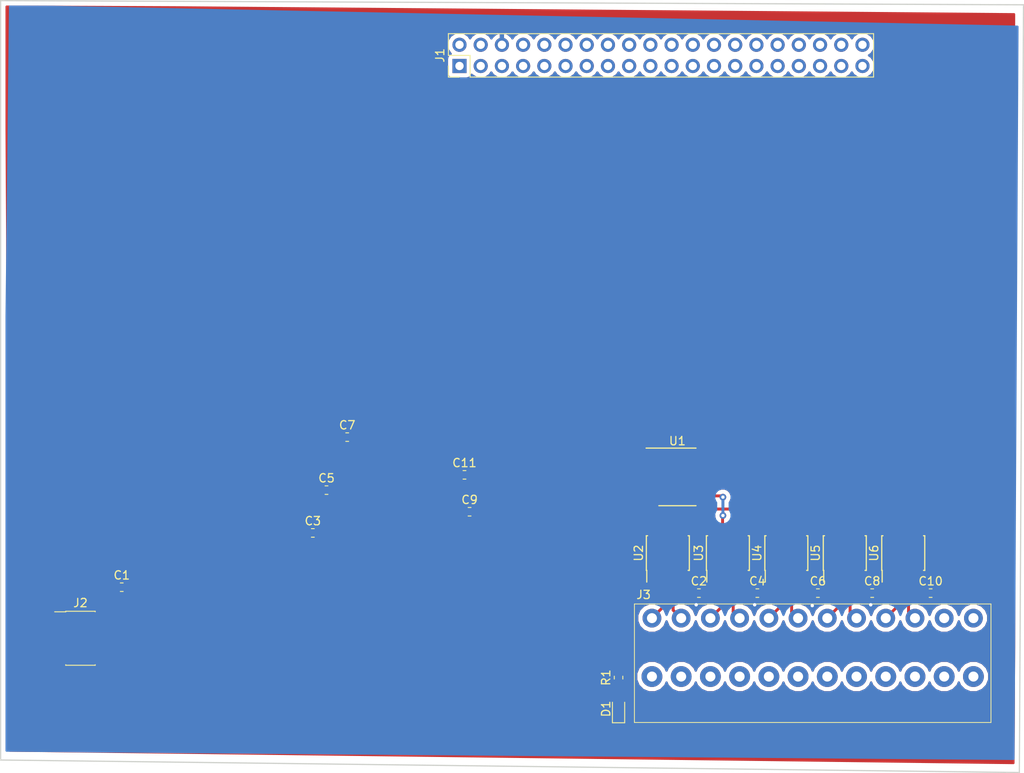
<source format=kicad_pcb>
(kicad_pcb (version 20171130) (host pcbnew "(5.0.0)")

  (general
    (thickness 1.6)
    (drawings 4)
    (tracks 83)
    (zones 0)
    (modules 22)
    (nets 72)
  )

  (page A4)
  (layers
    (0 F.Cu signal)
    (31 B.Cu signal)
    (32 B.Adhes user)
    (33 F.Adhes user)
    (34 B.Paste user)
    (35 F.Paste user)
    (36 B.SilkS user)
    (37 F.SilkS user)
    (38 B.Mask user)
    (39 F.Mask user)
    (40 Dwgs.User user hide)
    (41 Cmts.User user)
    (42 Eco1.User user)
    (43 Eco2.User user)
    (44 Edge.Cuts user)
    (45 Margin user)
    (46 B.CrtYd user)
    (47 F.CrtYd user)
    (48 B.Fab user hide)
    (49 F.Fab user hide)
  )

  (setup
    (last_trace_width 0.25)
    (user_trace_width 0.25)
    (user_trace_width 0.35)
    (trace_clearance 0.2)
    (zone_clearance 0.508)
    (zone_45_only no)
    (trace_min 0.2)
    (segment_width 0.2)
    (edge_width 0.15)
    (via_size 0.8)
    (via_drill 0.4)
    (via_min_size 0.4)
    (via_min_drill 0.3)
    (uvia_size 0.3)
    (uvia_drill 0.1)
    (uvias_allowed no)
    (uvia_min_size 0.2)
    (uvia_min_drill 0.1)
    (pcb_text_width 0.3)
    (pcb_text_size 1.5 1.5)
    (mod_edge_width 0.15)
    (mod_text_size 1 1)
    (mod_text_width 0.15)
    (pad_size 1.524 1.524)
    (pad_drill 0.762)
    (pad_to_mask_clearance 0.2)
    (aux_axis_origin 0 0)
    (visible_elements 7FFFFFFF)
    (pcbplotparams
      (layerselection 0x010fc_ffffffff)
      (usegerberextensions false)
      (usegerberattributes false)
      (usegerberadvancedattributes false)
      (creategerberjobfile false)
      (excludeedgelayer true)
      (linewidth 0.100000)
      (plotframeref false)
      (viasonmask false)
      (mode 1)
      (useauxorigin false)
      (hpglpennumber 1)
      (hpglpenspeed 20)
      (hpglpendiameter 15.000000)
      (psnegative false)
      (psa4output false)
      (plotreference true)
      (plotvalue true)
      (plotinvisibletext false)
      (padsonsilk false)
      (subtractmaskfromsilk false)
      (outputformat 1)
      (mirror false)
      (drillshape 1)
      (scaleselection 1)
      (outputdirectory ""))
  )

  (net 0 "")
  (net 1 NRST)
  (net 2 GND)
  (net 3 +3V3)
  (net 4 "Net-(D1-Pad2)")
  (net 5 "Net-(J1-Pad2)")
  (net 6 I2C_SDA)
  (net 7 "Net-(J1-Pad4)")
  (net 8 I2C_SCL)
  (net 9 "Net-(J1-Pad7)")
  (net 10 "Net-(J1-Pad8)")
  (net 11 "Net-(J1-Pad9)")
  (net 12 "Net-(J1-Pad10)")
  (net 13 "Net-(J1-Pad11)")
  (net 14 "Net-(J1-Pad12)")
  (net 15 "Net-(J1-Pad13)")
  (net 16 "Net-(J1-Pad14)")
  (net 17 "Net-(J1-Pad15)")
  (net 18 "Net-(J1-Pad16)")
  (net 19 "Net-(J1-Pad17)")
  (net 20 "Net-(J1-Pad18)")
  (net 21 "Net-(J1-Pad19)")
  (net 22 "Net-(J1-Pad20)")
  (net 23 "Net-(J1-Pad21)")
  (net 24 "Net-(J1-Pad22)")
  (net 25 "Net-(J1-Pad23)")
  (net 26 "Net-(J1-Pad24)")
  (net 27 "Net-(J1-Pad25)")
  (net 28 "Net-(J1-Pad26)")
  (net 29 "Net-(J1-Pad27)")
  (net 30 "Net-(J1-Pad28)")
  (net 31 "Net-(J1-Pad29)")
  (net 32 "Net-(J1-Pad30)")
  (net 33 "Net-(J1-Pad31)")
  (net 34 "Net-(J1-Pad32)")
  (net 35 "Net-(J1-Pad33)")
  (net 36 "Net-(J1-Pad34)")
  (net 37 "Net-(J1-Pad35)")
  (net 38 "Net-(J1-Pad36)")
  (net 39 "Net-(J1-Pad37)")
  (net 40 "Net-(J1-Pad38)")
  (net 41 "Net-(J1-Pad39)")
  (net 42 "Net-(J1-Pad40)")
  (net 43 SWDIO)
  (net 44 SWDCLK)
  (net 45 "Net-(J2-Pad6)")
  (net 46 "Net-(J2-Pad7)")
  (net 47 "Net-(J2-Pad8)")
  (net 48 "Net-(J2-Pad9)")
  (net 49 TC1+)
  (net 50 TC1-)
  (net 51 TC2+)
  (net 52 TC2-)
  (net 53 TC3+)
  (net 54 TC3-)
  (net 55 TC4+)
  (net 56 TC4-)
  (net 57 TC5+)
  (net 58 TC5-)
  (net 59 "Net-(J3-Pad11)")
  (net 60 "Net-(J3-Pad12)")
  (net 61 "Net-(U1-Pad2)")
  (net 62 "Net-(U1-Pad3)")
  (net 63 TC1_CS)
  (net 64 TC2_CS)
  (net 65 TC3_CS)
  (net 66 TC4_CS)
  (net 67 TC5_CS)
  (net 68 SPI_CLK)
  (net 69 SPI_MISO)
  (net 70 SPI_MOSI)
  (net 71 "Net-(U1-Pad14)")

  (net_class Default "This is the default net class."
    (clearance 0.2)
    (trace_width 0.25)
    (via_dia 0.8)
    (via_drill 0.4)
    (uvia_dia 0.3)
    (uvia_drill 0.1)
    (add_net +3V3)
    (add_net GND)
    (add_net I2C_SCL)
    (add_net I2C_SDA)
    (add_net NRST)
    (add_net "Net-(D1-Pad2)")
    (add_net "Net-(J1-Pad10)")
    (add_net "Net-(J1-Pad11)")
    (add_net "Net-(J1-Pad12)")
    (add_net "Net-(J1-Pad13)")
    (add_net "Net-(J1-Pad14)")
    (add_net "Net-(J1-Pad15)")
    (add_net "Net-(J1-Pad16)")
    (add_net "Net-(J1-Pad17)")
    (add_net "Net-(J1-Pad18)")
    (add_net "Net-(J1-Pad19)")
    (add_net "Net-(J1-Pad2)")
    (add_net "Net-(J1-Pad20)")
    (add_net "Net-(J1-Pad21)")
    (add_net "Net-(J1-Pad22)")
    (add_net "Net-(J1-Pad23)")
    (add_net "Net-(J1-Pad24)")
    (add_net "Net-(J1-Pad25)")
    (add_net "Net-(J1-Pad26)")
    (add_net "Net-(J1-Pad27)")
    (add_net "Net-(J1-Pad28)")
    (add_net "Net-(J1-Pad29)")
    (add_net "Net-(J1-Pad30)")
    (add_net "Net-(J1-Pad31)")
    (add_net "Net-(J1-Pad32)")
    (add_net "Net-(J1-Pad33)")
    (add_net "Net-(J1-Pad34)")
    (add_net "Net-(J1-Pad35)")
    (add_net "Net-(J1-Pad36)")
    (add_net "Net-(J1-Pad37)")
    (add_net "Net-(J1-Pad38)")
    (add_net "Net-(J1-Pad39)")
    (add_net "Net-(J1-Pad4)")
    (add_net "Net-(J1-Pad40)")
    (add_net "Net-(J1-Pad7)")
    (add_net "Net-(J1-Pad8)")
    (add_net "Net-(J1-Pad9)")
    (add_net "Net-(J2-Pad6)")
    (add_net "Net-(J2-Pad7)")
    (add_net "Net-(J2-Pad8)")
    (add_net "Net-(J2-Pad9)")
    (add_net "Net-(J3-Pad11)")
    (add_net "Net-(J3-Pad12)")
    (add_net "Net-(U1-Pad14)")
    (add_net "Net-(U1-Pad2)")
    (add_net "Net-(U1-Pad3)")
    (add_net SPI_CLK)
    (add_net SPI_MISO)
    (add_net SPI_MOSI)
    (add_net SWDCLK)
    (add_net SWDIO)
    (add_net TC1+)
    (add_net TC1-)
    (add_net TC1_CS)
    (add_net TC2+)
    (add_net TC2-)
    (add_net TC2_CS)
    (add_net TC3+)
    (add_net TC3-)
    (add_net TC3_CS)
    (add_net TC4+)
    (add_net TC4-)
    (add_net TC4_CS)
    (add_net TC5+)
    (add_net TC5-)
    (add_net TC5_CS)
  )

  (module piparts:TBLH10-350-12 (layer F.Cu) (tedit 5F6E7F14) (tstamp 5F930C61)
    (at 140 123)
    (path /5F6F8FED)
    (fp_text reference J3 (at -1 -2.8) (layer F.SilkS)
      (effects (font (size 1 1) (thickness 0.15)))
    )
    (fp_text value Screw_Terminal_01x12 (at 19.2 3.9) (layer F.Fab)
      (effects (font (size 1 1) (thickness 0.15)))
    )
    (fp_line (start -2.1 -1.7) (end -2.1 12.5) (layer F.SilkS) (width 0.1016))
    (fp_line (start 40.6 12.5) (end -2.1 12.5) (layer F.SilkS) (width 0.1016))
    (fp_line (start 40.6 -1.7) (end 40.6 12.5) (layer F.SilkS) (width 0.1016))
    (fp_line (start -2.1 -1.7) (end 40.6 -1.7) (layer F.SilkS) (width 0.1016))
    (pad 12 thru_hole circle (at 38.5 0) (size 2.25 2.25) (drill 1.2) (layers *.Cu *.Mask)
      (net 60 "Net-(J3-Pad12)"))
    (pad 11 thru_hole circle (at 35 0) (size 2.25 2.25) (drill 1.2) (layers *.Cu *.Mask)
      (net 59 "Net-(J3-Pad11)"))
    (pad 10 thru_hole circle (at 31.5 0) (size 2.25 2.25) (drill 1.2) (layers *.Cu *.Mask)
      (net 57 TC5+))
    (pad 9 thru_hole circle (at 28 0) (size 2.25 2.25) (drill 1.2) (layers *.Cu *.Mask)
      (net 58 TC5-))
    (pad 8 thru_hole circle (at 24.5 0) (size 2.25 2.25) (drill 1.2) (layers *.Cu *.Mask)
      (net 55 TC4+))
    (pad 7 thru_hole circle (at 21 0) (size 2.25 2.25) (drill 1.2) (layers *.Cu *.Mask)
      (net 56 TC4-))
    (pad 6 thru_hole circle (at 17.5 0) (size 2.25 2.25) (drill 1.2) (layers *.Cu *.Mask)
      (net 53 TC3+))
    (pad 5 thru_hole circle (at 14 0) (size 2.25 2.25) (drill 1.2) (layers *.Cu *.Mask)
      (net 54 TC3-))
    (pad 4 thru_hole circle (at 10.5 0) (size 2.25 2.25) (drill 1.2) (layers *.Cu *.Mask)
      (net 51 TC2+))
    (pad 3 thru_hole circle (at 7 0) (size 2.25 2.25) (drill 1.2) (layers *.Cu *.Mask)
      (net 52 TC2-))
    (pad 2 thru_hole circle (at 3.5 0) (size 2.25 2.25) (drill 1.2) (layers *.Cu *.Mask)
      (net 49 TC1+))
    (pad 12B thru_hole circle (at 38.5 7) (size 2.5 2.5) (drill 1.2) (layers *.Cu *.Mask))
    (pad 11B thru_hole circle (at 35 7) (size 2.5 2.5) (drill 1.2) (layers *.Cu *.Mask))
    (pad 10B thru_hole circle (at 31.5 7) (size 2.5 2.5) (drill 1.2) (layers *.Cu *.Mask))
    (pad 9B thru_hole circle (at 28 7) (size 2.5 2.5) (drill 1.2) (layers *.Cu *.Mask))
    (pad 8B thru_hole circle (at 24.5 7) (size 2.5 2.5) (drill 1.2) (layers *.Cu *.Mask))
    (pad 7B thru_hole circle (at 21 7) (size 2.5 2.5) (drill 1.2) (layers *.Cu *.Mask))
    (pad 6B thru_hole circle (at 17.5 7) (size 2.5 2.5) (drill 1.2) (layers *.Cu *.Mask))
    (pad 5B thru_hole circle (at 14 7) (size 2.5 2.5) (drill 1.2) (layers *.Cu *.Mask))
    (pad 4B thru_hole circle (at 10.5 7) (size 2.5 2.5) (drill 1.2) (layers *.Cu *.Mask))
    (pad 3B thru_hole circle (at 7 7) (size 2.5 2.5) (drill 1.2) (layers *.Cu *.Mask))
    (pad 2B thru_hole circle (at 3.5 7) (size 2.5 2.5) (drill 1.2) (layers *.Cu *.Mask))
    (pad 1B thru_hole circle (at 0 7) (size 2.5 2.5) (drill 1.2) (layers *.Cu *.Mask))
    (pad 1 thru_hole circle (at 0 0) (size 2.25 2.25) (drill 1.2) (layers *.Cu *.Mask)
      (net 50 TC1-))
  )

  (module Capacitor_SMD:C_0603_1608Metric_Pad1.05x0.95mm_HandSolder (layer F.Cu) (tedit 5B301BBE) (tstamp 5F930B09)
    (at 76.5044 119.2904)
    (descr "Capacitor SMD 0603 (1608 Metric), square (rectangular) end terminal, IPC_7351 nominal with elongated pad for handsoldering. (Body size source: http://www.tortai-tech.com/upload/download/2011102023233369053.pdf), generated with kicad-footprint-generator")
    (tags "capacitor handsolder")
    (path /5F6ED883)
    (attr smd)
    (fp_text reference C1 (at 0 -1.43) (layer F.SilkS)
      (effects (font (size 1 1) (thickness 0.15)))
    )
    (fp_text value 100nF (at 0 1.43) (layer F.Fab)
      (effects (font (size 1 1) (thickness 0.15)))
    )
    (fp_line (start -0.8 0.4) (end -0.8 -0.4) (layer F.Fab) (width 0.1))
    (fp_line (start -0.8 -0.4) (end 0.8 -0.4) (layer F.Fab) (width 0.1))
    (fp_line (start 0.8 -0.4) (end 0.8 0.4) (layer F.Fab) (width 0.1))
    (fp_line (start 0.8 0.4) (end -0.8 0.4) (layer F.Fab) (width 0.1))
    (fp_line (start -0.171267 -0.51) (end 0.171267 -0.51) (layer F.SilkS) (width 0.12))
    (fp_line (start -0.171267 0.51) (end 0.171267 0.51) (layer F.SilkS) (width 0.12))
    (fp_line (start -1.65 0.73) (end -1.65 -0.73) (layer F.CrtYd) (width 0.05))
    (fp_line (start -1.65 -0.73) (end 1.65 -0.73) (layer F.CrtYd) (width 0.05))
    (fp_line (start 1.65 -0.73) (end 1.65 0.73) (layer F.CrtYd) (width 0.05))
    (fp_line (start 1.65 0.73) (end -1.65 0.73) (layer F.CrtYd) (width 0.05))
    (fp_text user %R (at 0 0) (layer F.Fab)
      (effects (font (size 0.4 0.4) (thickness 0.06)))
    )
    (pad 1 smd roundrect (at -0.875 0) (size 1.05 0.95) (layers F.Cu F.Paste F.Mask) (roundrect_rratio 0.25)
      (net 1 NRST))
    (pad 2 smd roundrect (at 0.875 0) (size 1.05 0.95) (layers F.Cu F.Paste F.Mask) (roundrect_rratio 0.25)
      (net 2 GND))
    (model ${KISYS3DMOD}/Capacitor_SMD.3dshapes/C_0603_1608Metric.wrl
      (at (xyz 0 0 0))
      (scale (xyz 1 1 1))
      (rotate (xyz 0 0 0))
    )
  )

  (module Capacitor_SMD:C_0603_1608Metric_Pad1.05x0.95mm_HandSolder (layer F.Cu) (tedit 5B301BBE) (tstamp 5F930B1A)
    (at 145.625 120)
    (descr "Capacitor SMD 0603 (1608 Metric), square (rectangular) end terminal, IPC_7351 nominal with elongated pad for handsoldering. (Body size source: http://www.tortai-tech.com/upload/download/2011102023233369053.pdf), generated with kicad-footprint-generator")
    (tags "capacitor handsolder")
    (path /5F70F7D3)
    (attr smd)
    (fp_text reference C2 (at 0 -1.43) (layer F.SilkS)
      (effects (font (size 1 1) (thickness 0.15)))
    )
    (fp_text value 0.1uF (at 0 1.43) (layer F.Fab)
      (effects (font (size 1 1) (thickness 0.15)))
    )
    (fp_text user %R (at 0 0) (layer F.Fab)
      (effects (font (size 0.4 0.4) (thickness 0.06)))
    )
    (fp_line (start 1.65 0.73) (end -1.65 0.73) (layer F.CrtYd) (width 0.05))
    (fp_line (start 1.65 -0.73) (end 1.65 0.73) (layer F.CrtYd) (width 0.05))
    (fp_line (start -1.65 -0.73) (end 1.65 -0.73) (layer F.CrtYd) (width 0.05))
    (fp_line (start -1.65 0.73) (end -1.65 -0.73) (layer F.CrtYd) (width 0.05))
    (fp_line (start -0.171267 0.51) (end 0.171267 0.51) (layer F.SilkS) (width 0.12))
    (fp_line (start -0.171267 -0.51) (end 0.171267 -0.51) (layer F.SilkS) (width 0.12))
    (fp_line (start 0.8 0.4) (end -0.8 0.4) (layer F.Fab) (width 0.1))
    (fp_line (start 0.8 -0.4) (end 0.8 0.4) (layer F.Fab) (width 0.1))
    (fp_line (start -0.8 -0.4) (end 0.8 -0.4) (layer F.Fab) (width 0.1))
    (fp_line (start -0.8 0.4) (end -0.8 -0.4) (layer F.Fab) (width 0.1))
    (pad 2 smd roundrect (at 0.875 0) (size 1.05 0.95) (layers F.Cu F.Paste F.Mask) (roundrect_rratio 0.25)
      (net 2 GND))
    (pad 1 smd roundrect (at -0.875 0) (size 1.05 0.95) (layers F.Cu F.Paste F.Mask) (roundrect_rratio 0.25)
      (net 3 +3V3))
    (model ${KISYS3DMOD}/Capacitor_SMD.3dshapes/C_0603_1608Metric.wrl
      (at (xyz 0 0 0))
      (scale (xyz 1 1 1))
      (rotate (xyz 0 0 0))
    )
  )

  (module Capacitor_SMD:C_0603_1608Metric_Pad1.05x0.95mm_HandSolder (layer F.Cu) (tedit 5B301BBE) (tstamp 5F930B2B)
    (at 99.3898 112.788)
    (descr "Capacitor SMD 0603 (1608 Metric), square (rectangular) end terminal, IPC_7351 nominal with elongated pad for handsoldering. (Body size source: http://www.tortai-tech.com/upload/download/2011102023233369053.pdf), generated with kicad-footprint-generator")
    (tags "capacitor handsolder")
    (path /5F6E563B)
    (attr smd)
    (fp_text reference C3 (at 0 -1.43) (layer F.SilkS)
      (effects (font (size 1 1) (thickness 0.15)))
    )
    (fp_text value 4.7uF (at 0 1.43) (layer F.Fab)
      (effects (font (size 1 1) (thickness 0.15)))
    )
    (fp_text user %R (at 0 0) (layer F.Fab)
      (effects (font (size 0.4 0.4) (thickness 0.06)))
    )
    (fp_line (start 1.65 0.73) (end -1.65 0.73) (layer F.CrtYd) (width 0.05))
    (fp_line (start 1.65 -0.73) (end 1.65 0.73) (layer F.CrtYd) (width 0.05))
    (fp_line (start -1.65 -0.73) (end 1.65 -0.73) (layer F.CrtYd) (width 0.05))
    (fp_line (start -1.65 0.73) (end -1.65 -0.73) (layer F.CrtYd) (width 0.05))
    (fp_line (start -0.171267 0.51) (end 0.171267 0.51) (layer F.SilkS) (width 0.12))
    (fp_line (start -0.171267 -0.51) (end 0.171267 -0.51) (layer F.SilkS) (width 0.12))
    (fp_line (start 0.8 0.4) (end -0.8 0.4) (layer F.Fab) (width 0.1))
    (fp_line (start 0.8 -0.4) (end 0.8 0.4) (layer F.Fab) (width 0.1))
    (fp_line (start -0.8 -0.4) (end 0.8 -0.4) (layer F.Fab) (width 0.1))
    (fp_line (start -0.8 0.4) (end -0.8 -0.4) (layer F.Fab) (width 0.1))
    (pad 2 smd roundrect (at 0.875 0) (size 1.05 0.95) (layers F.Cu F.Paste F.Mask) (roundrect_rratio 0.25)
      (net 2 GND))
    (pad 1 smd roundrect (at -0.875 0) (size 1.05 0.95) (layers F.Cu F.Paste F.Mask) (roundrect_rratio 0.25)
      (net 3 +3V3))
    (model ${KISYS3DMOD}/Capacitor_SMD.3dshapes/C_0603_1608Metric.wrl
      (at (xyz 0 0 0))
      (scale (xyz 1 1 1))
      (rotate (xyz 0 0 0))
    )
  )

  (module Capacitor_SMD:C_0603_1608Metric_Pad1.05x0.95mm_HandSolder (layer F.Cu) (tedit 5B301BBE) (tstamp 5F930B3C)
    (at 152.625 120)
    (descr "Capacitor SMD 0603 (1608 Metric), square (rectangular) end terminal, IPC_7351 nominal with elongated pad for handsoldering. (Body size source: http://www.tortai-tech.com/upload/download/2011102023233369053.pdf), generated with kicad-footprint-generator")
    (tags "capacitor handsolder")
    (path /5F70F7CC)
    (attr smd)
    (fp_text reference C4 (at 0 -1.43) (layer F.SilkS)
      (effects (font (size 1 1) (thickness 0.15)))
    )
    (fp_text value 0.1uF (at 0 1.43) (layer F.Fab)
      (effects (font (size 1 1) (thickness 0.15)))
    )
    (fp_line (start -0.8 0.4) (end -0.8 -0.4) (layer F.Fab) (width 0.1))
    (fp_line (start -0.8 -0.4) (end 0.8 -0.4) (layer F.Fab) (width 0.1))
    (fp_line (start 0.8 -0.4) (end 0.8 0.4) (layer F.Fab) (width 0.1))
    (fp_line (start 0.8 0.4) (end -0.8 0.4) (layer F.Fab) (width 0.1))
    (fp_line (start -0.171267 -0.51) (end 0.171267 -0.51) (layer F.SilkS) (width 0.12))
    (fp_line (start -0.171267 0.51) (end 0.171267 0.51) (layer F.SilkS) (width 0.12))
    (fp_line (start -1.65 0.73) (end -1.65 -0.73) (layer F.CrtYd) (width 0.05))
    (fp_line (start -1.65 -0.73) (end 1.65 -0.73) (layer F.CrtYd) (width 0.05))
    (fp_line (start 1.65 -0.73) (end 1.65 0.73) (layer F.CrtYd) (width 0.05))
    (fp_line (start 1.65 0.73) (end -1.65 0.73) (layer F.CrtYd) (width 0.05))
    (fp_text user %R (at 0 0) (layer F.Fab)
      (effects (font (size 0.4 0.4) (thickness 0.06)))
    )
    (pad 1 smd roundrect (at -0.875 0) (size 1.05 0.95) (layers F.Cu F.Paste F.Mask) (roundrect_rratio 0.25)
      (net 3 +3V3))
    (pad 2 smd roundrect (at 0.875 0) (size 1.05 0.95) (layers F.Cu F.Paste F.Mask) (roundrect_rratio 0.25)
      (net 2 GND))
    (model ${KISYS3DMOD}/Capacitor_SMD.3dshapes/C_0603_1608Metric.wrl
      (at (xyz 0 0 0))
      (scale (xyz 1 1 1))
      (rotate (xyz 0 0 0))
    )
  )

  (module Capacitor_SMD:C_0603_1608Metric_Pad1.05x0.95mm_HandSolder (layer F.Cu) (tedit 5B301BBE) (tstamp 5F9318AA)
    (at 101.0268 107.6572)
    (descr "Capacitor SMD 0603 (1608 Metric), square (rectangular) end terminal, IPC_7351 nominal with elongated pad for handsoldering. (Body size source: http://www.tortai-tech.com/upload/download/2011102023233369053.pdf), generated with kicad-footprint-generator")
    (tags "capacitor handsolder")
    (path /5F6E5609)
    (attr smd)
    (fp_text reference C5 (at 0 -1.43) (layer F.SilkS)
      (effects (font (size 1 1) (thickness 0.15)))
    )
    (fp_text value 100nF (at 0 1.43) (layer F.Fab)
      (effects (font (size 1 1) (thickness 0.15)))
    )
    (fp_line (start -0.8 0.4) (end -0.8 -0.4) (layer F.Fab) (width 0.1))
    (fp_line (start -0.8 -0.4) (end 0.8 -0.4) (layer F.Fab) (width 0.1))
    (fp_line (start 0.8 -0.4) (end 0.8 0.4) (layer F.Fab) (width 0.1))
    (fp_line (start 0.8 0.4) (end -0.8 0.4) (layer F.Fab) (width 0.1))
    (fp_line (start -0.171267 -0.51) (end 0.171267 -0.51) (layer F.SilkS) (width 0.12))
    (fp_line (start -0.171267 0.51) (end 0.171267 0.51) (layer F.SilkS) (width 0.12))
    (fp_line (start -1.65 0.73) (end -1.65 -0.73) (layer F.CrtYd) (width 0.05))
    (fp_line (start -1.65 -0.73) (end 1.65 -0.73) (layer F.CrtYd) (width 0.05))
    (fp_line (start 1.65 -0.73) (end 1.65 0.73) (layer F.CrtYd) (width 0.05))
    (fp_line (start 1.65 0.73) (end -1.65 0.73) (layer F.CrtYd) (width 0.05))
    (fp_text user %R (at 0 0) (layer F.Fab)
      (effects (font (size 0.4 0.4) (thickness 0.06)))
    )
    (pad 1 smd roundrect (at -0.875 0) (size 1.05 0.95) (layers F.Cu F.Paste F.Mask) (roundrect_rratio 0.25)
      (net 3 +3V3))
    (pad 2 smd roundrect (at 0.875 0) (size 1.05 0.95) (layers F.Cu F.Paste F.Mask) (roundrect_rratio 0.25)
      (net 2 GND))
    (model ${KISYS3DMOD}/Capacitor_SMD.3dshapes/C_0603_1608Metric.wrl
      (at (xyz 0 0 0))
      (scale (xyz 1 1 1))
      (rotate (xyz 0 0 0))
    )
  )

  (module Capacitor_SMD:C_0603_1608Metric_Pad1.05x0.95mm_HandSolder (layer F.Cu) (tedit 5B301BBE) (tstamp 5F930B5E)
    (at 159.875 120)
    (descr "Capacitor SMD 0603 (1608 Metric), square (rectangular) end terminal, IPC_7351 nominal with elongated pad for handsoldering. (Body size source: http://www.tortai-tech.com/upload/download/2011102023233369053.pdf), generated with kicad-footprint-generator")
    (tags "capacitor handsolder")
    (path /5F70F7C5)
    (attr smd)
    (fp_text reference C6 (at 0 -1.43) (layer F.SilkS)
      (effects (font (size 1 1) (thickness 0.15)))
    )
    (fp_text value 0.1uF (at 0 1.43) (layer F.Fab)
      (effects (font (size 1 1) (thickness 0.15)))
    )
    (fp_text user %R (at 0 0) (layer F.Fab)
      (effects (font (size 0.4 0.4) (thickness 0.06)))
    )
    (fp_line (start 1.65 0.73) (end -1.65 0.73) (layer F.CrtYd) (width 0.05))
    (fp_line (start 1.65 -0.73) (end 1.65 0.73) (layer F.CrtYd) (width 0.05))
    (fp_line (start -1.65 -0.73) (end 1.65 -0.73) (layer F.CrtYd) (width 0.05))
    (fp_line (start -1.65 0.73) (end -1.65 -0.73) (layer F.CrtYd) (width 0.05))
    (fp_line (start -0.171267 0.51) (end 0.171267 0.51) (layer F.SilkS) (width 0.12))
    (fp_line (start -0.171267 -0.51) (end 0.171267 -0.51) (layer F.SilkS) (width 0.12))
    (fp_line (start 0.8 0.4) (end -0.8 0.4) (layer F.Fab) (width 0.1))
    (fp_line (start 0.8 -0.4) (end 0.8 0.4) (layer F.Fab) (width 0.1))
    (fp_line (start -0.8 -0.4) (end 0.8 -0.4) (layer F.Fab) (width 0.1))
    (fp_line (start -0.8 0.4) (end -0.8 -0.4) (layer F.Fab) (width 0.1))
    (pad 2 smd roundrect (at 0.875 0) (size 1.05 0.95) (layers F.Cu F.Paste F.Mask) (roundrect_rratio 0.25)
      (net 2 GND))
    (pad 1 smd roundrect (at -0.875 0) (size 1.05 0.95) (layers F.Cu F.Paste F.Mask) (roundrect_rratio 0.25)
      (net 3 +3V3))
    (model ${KISYS3DMOD}/Capacitor_SMD.3dshapes/C_0603_1608Metric.wrl
      (at (xyz 0 0 0))
      (scale (xyz 1 1 1))
      (rotate (xyz 0 0 0))
    )
  )

  (module Capacitor_SMD:C_0603_1608Metric_Pad1.05x0.95mm_HandSolder (layer F.Cu) (tedit 5B301BBE) (tstamp 5F930B6F)
    (at 103.5046 101.3072)
    (descr "Capacitor SMD 0603 (1608 Metric), square (rectangular) end terminal, IPC_7351 nominal with elongated pad for handsoldering. (Body size source: http://www.tortai-tech.com/upload/download/2011102023233369053.pdf), generated with kicad-footprint-generator")
    (tags "capacitor handsolder")
    (path /5F6E5430)
    (attr smd)
    (fp_text reference C7 (at 0 -1.43) (layer F.SilkS)
      (effects (font (size 1 1) (thickness 0.15)))
    )
    (fp_text value 100nF (at 0 1.43) (layer F.Fab)
      (effects (font (size 1 1) (thickness 0.15)))
    )
    (fp_line (start -0.8 0.4) (end -0.8 -0.4) (layer F.Fab) (width 0.1))
    (fp_line (start -0.8 -0.4) (end 0.8 -0.4) (layer F.Fab) (width 0.1))
    (fp_line (start 0.8 -0.4) (end 0.8 0.4) (layer F.Fab) (width 0.1))
    (fp_line (start 0.8 0.4) (end -0.8 0.4) (layer F.Fab) (width 0.1))
    (fp_line (start -0.171267 -0.51) (end 0.171267 -0.51) (layer F.SilkS) (width 0.12))
    (fp_line (start -0.171267 0.51) (end 0.171267 0.51) (layer F.SilkS) (width 0.12))
    (fp_line (start -1.65 0.73) (end -1.65 -0.73) (layer F.CrtYd) (width 0.05))
    (fp_line (start -1.65 -0.73) (end 1.65 -0.73) (layer F.CrtYd) (width 0.05))
    (fp_line (start 1.65 -0.73) (end 1.65 0.73) (layer F.CrtYd) (width 0.05))
    (fp_line (start 1.65 0.73) (end -1.65 0.73) (layer F.CrtYd) (width 0.05))
    (fp_text user %R (at 0 0) (layer F.Fab)
      (effects (font (size 0.4 0.4) (thickness 0.06)))
    )
    (pad 1 smd roundrect (at -0.875 0) (size 1.05 0.95) (layers F.Cu F.Paste F.Mask) (roundrect_rratio 0.25)
      (net 3 +3V3))
    (pad 2 smd roundrect (at 0.875 0) (size 1.05 0.95) (layers F.Cu F.Paste F.Mask) (roundrect_rratio 0.25)
      (net 2 GND))
    (model ${KISYS3DMOD}/Capacitor_SMD.3dshapes/C_0603_1608Metric.wrl
      (at (xyz 0 0 0))
      (scale (xyz 1 1 1))
      (rotate (xyz 0 0 0))
    )
  )

  (module Capacitor_SMD:C_0603_1608Metric_Pad1.05x0.95mm_HandSolder (layer F.Cu) (tedit 5B301BBE) (tstamp 5F930B80)
    (at 166.375 120)
    (descr "Capacitor SMD 0603 (1608 Metric), square (rectangular) end terminal, IPC_7351 nominal with elongated pad for handsoldering. (Body size source: http://www.tortai-tech.com/upload/download/2011102023233369053.pdf), generated with kicad-footprint-generator")
    (tags "capacitor handsolder")
    (path /5F70F7E2)
    (attr smd)
    (fp_text reference C8 (at 0 -1.43) (layer F.SilkS)
      (effects (font (size 1 1) (thickness 0.15)))
    )
    (fp_text value 0.1uF (at 0 1.43) (layer F.Fab)
      (effects (font (size 1 1) (thickness 0.15)))
    )
    (fp_text user %R (at 0 0) (layer F.Fab)
      (effects (font (size 0.4 0.4) (thickness 0.06)))
    )
    (fp_line (start 1.65 0.73) (end -1.65 0.73) (layer F.CrtYd) (width 0.05))
    (fp_line (start 1.65 -0.73) (end 1.65 0.73) (layer F.CrtYd) (width 0.05))
    (fp_line (start -1.65 -0.73) (end 1.65 -0.73) (layer F.CrtYd) (width 0.05))
    (fp_line (start -1.65 0.73) (end -1.65 -0.73) (layer F.CrtYd) (width 0.05))
    (fp_line (start -0.171267 0.51) (end 0.171267 0.51) (layer F.SilkS) (width 0.12))
    (fp_line (start -0.171267 -0.51) (end 0.171267 -0.51) (layer F.SilkS) (width 0.12))
    (fp_line (start 0.8 0.4) (end -0.8 0.4) (layer F.Fab) (width 0.1))
    (fp_line (start 0.8 -0.4) (end 0.8 0.4) (layer F.Fab) (width 0.1))
    (fp_line (start -0.8 -0.4) (end 0.8 -0.4) (layer F.Fab) (width 0.1))
    (fp_line (start -0.8 0.4) (end -0.8 -0.4) (layer F.Fab) (width 0.1))
    (pad 2 smd roundrect (at 0.875 0) (size 1.05 0.95) (layers F.Cu F.Paste F.Mask) (roundrect_rratio 0.25)
      (net 2 GND))
    (pad 1 smd roundrect (at -0.875 0) (size 1.05 0.95) (layers F.Cu F.Paste F.Mask) (roundrect_rratio 0.25)
      (net 3 +3V3))
    (model ${KISYS3DMOD}/Capacitor_SMD.3dshapes/C_0603_1608Metric.wrl
      (at (xyz 0 0 0))
      (scale (xyz 1 1 1))
      (rotate (xyz 0 0 0))
    )
  )

  (module Capacitor_SMD:C_0603_1608Metric_Pad1.05x0.95mm_HandSolder (layer F.Cu) (tedit 5B301BBE) (tstamp 5F930B91)
    (at 118.1604 110.248)
    (descr "Capacitor SMD 0603 (1608 Metric), square (rectangular) end terminal, IPC_7351 nominal with elongated pad for handsoldering. (Body size source: http://www.tortai-tech.com/upload/download/2011102023233369053.pdf), generated with kicad-footprint-generator")
    (tags "capacitor handsolder")
    (path /5F6E58E2)
    (attr smd)
    (fp_text reference C9 (at 0 -1.43) (layer F.SilkS)
      (effects (font (size 1 1) (thickness 0.15)))
    )
    (fp_text value 10nF (at 0 1.43) (layer F.Fab)
      (effects (font (size 1 1) (thickness 0.15)))
    )
    (fp_text user %R (at 0 0) (layer F.Fab)
      (effects (font (size 0.4 0.4) (thickness 0.06)))
    )
    (fp_line (start 1.65 0.73) (end -1.65 0.73) (layer F.CrtYd) (width 0.05))
    (fp_line (start 1.65 -0.73) (end 1.65 0.73) (layer F.CrtYd) (width 0.05))
    (fp_line (start -1.65 -0.73) (end 1.65 -0.73) (layer F.CrtYd) (width 0.05))
    (fp_line (start -1.65 0.73) (end -1.65 -0.73) (layer F.CrtYd) (width 0.05))
    (fp_line (start -0.171267 0.51) (end 0.171267 0.51) (layer F.SilkS) (width 0.12))
    (fp_line (start -0.171267 -0.51) (end 0.171267 -0.51) (layer F.SilkS) (width 0.12))
    (fp_line (start 0.8 0.4) (end -0.8 0.4) (layer F.Fab) (width 0.1))
    (fp_line (start 0.8 -0.4) (end 0.8 0.4) (layer F.Fab) (width 0.1))
    (fp_line (start -0.8 -0.4) (end 0.8 -0.4) (layer F.Fab) (width 0.1))
    (fp_line (start -0.8 0.4) (end -0.8 -0.4) (layer F.Fab) (width 0.1))
    (pad 2 smd roundrect (at 0.875 0) (size 1.05 0.95) (layers F.Cu F.Paste F.Mask) (roundrect_rratio 0.25)
      (net 2 GND))
    (pad 1 smd roundrect (at -0.875 0) (size 1.05 0.95) (layers F.Cu F.Paste F.Mask) (roundrect_rratio 0.25)
      (net 3 +3V3))
    (model ${KISYS3DMOD}/Capacitor_SMD.3dshapes/C_0603_1608Metric.wrl
      (at (xyz 0 0 0))
      (scale (xyz 1 1 1))
      (rotate (xyz 0 0 0))
    )
  )

  (module Capacitor_SMD:C_0603_1608Metric_Pad1.05x0.95mm_HandSolder (layer F.Cu) (tedit 5B301BBE) (tstamp 5F930BA2)
    (at 173.375 120)
    (descr "Capacitor SMD 0603 (1608 Metric), square (rectangular) end terminal, IPC_7351 nominal with elongated pad for handsoldering. (Body size source: http://www.tortai-tech.com/upload/download/2011102023233369053.pdf), generated with kicad-footprint-generator")
    (tags "capacitor handsolder")
    (path /5F70F7DB)
    (attr smd)
    (fp_text reference C10 (at 0 -1.43) (layer F.SilkS)
      (effects (font (size 1 1) (thickness 0.15)))
    )
    (fp_text value 0.1uF (at 0 1.43) (layer F.Fab)
      (effects (font (size 1 1) (thickness 0.15)))
    )
    (fp_line (start -0.8 0.4) (end -0.8 -0.4) (layer F.Fab) (width 0.1))
    (fp_line (start -0.8 -0.4) (end 0.8 -0.4) (layer F.Fab) (width 0.1))
    (fp_line (start 0.8 -0.4) (end 0.8 0.4) (layer F.Fab) (width 0.1))
    (fp_line (start 0.8 0.4) (end -0.8 0.4) (layer F.Fab) (width 0.1))
    (fp_line (start -0.171267 -0.51) (end 0.171267 -0.51) (layer F.SilkS) (width 0.12))
    (fp_line (start -0.171267 0.51) (end 0.171267 0.51) (layer F.SilkS) (width 0.12))
    (fp_line (start -1.65 0.73) (end -1.65 -0.73) (layer F.CrtYd) (width 0.05))
    (fp_line (start -1.65 -0.73) (end 1.65 -0.73) (layer F.CrtYd) (width 0.05))
    (fp_line (start 1.65 -0.73) (end 1.65 0.73) (layer F.CrtYd) (width 0.05))
    (fp_line (start 1.65 0.73) (end -1.65 0.73) (layer F.CrtYd) (width 0.05))
    (fp_text user %R (at 0 0) (layer F.Fab)
      (effects (font (size 0.4 0.4) (thickness 0.06)))
    )
    (pad 1 smd roundrect (at -0.875 0) (size 1.05 0.95) (layers F.Cu F.Paste F.Mask) (roundrect_rratio 0.25)
      (net 3 +3V3))
    (pad 2 smd roundrect (at 0.875 0) (size 1.05 0.95) (layers F.Cu F.Paste F.Mask) (roundrect_rratio 0.25)
      (net 2 GND))
    (model ${KISYS3DMOD}/Capacitor_SMD.3dshapes/C_0603_1608Metric.wrl
      (at (xyz 0 0 0))
      (scale (xyz 1 1 1))
      (rotate (xyz 0 0 0))
    )
  )

  (module Capacitor_SMD:C_0603_1608Metric_Pad1.05x0.95mm_HandSolder (layer F.Cu) (tedit 5B301BBE) (tstamp 5F930BB3)
    (at 117.5508 105.8284)
    (descr "Capacitor SMD 0603 (1608 Metric), square (rectangular) end terminal, IPC_7351 nominal with elongated pad for handsoldering. (Body size source: http://www.tortai-tech.com/upload/download/2011102023233369053.pdf), generated with kicad-footprint-generator")
    (tags "capacitor handsolder")
    (path /5F6E58DB)
    (attr smd)
    (fp_text reference C11 (at 0 -1.43) (layer F.SilkS)
      (effects (font (size 1 1) (thickness 0.15)))
    )
    (fp_text value 1uF (at 0 1.43) (layer F.Fab)
      (effects (font (size 1 1) (thickness 0.15)))
    )
    (fp_line (start -0.8 0.4) (end -0.8 -0.4) (layer F.Fab) (width 0.1))
    (fp_line (start -0.8 -0.4) (end 0.8 -0.4) (layer F.Fab) (width 0.1))
    (fp_line (start 0.8 -0.4) (end 0.8 0.4) (layer F.Fab) (width 0.1))
    (fp_line (start 0.8 0.4) (end -0.8 0.4) (layer F.Fab) (width 0.1))
    (fp_line (start -0.171267 -0.51) (end 0.171267 -0.51) (layer F.SilkS) (width 0.12))
    (fp_line (start -0.171267 0.51) (end 0.171267 0.51) (layer F.SilkS) (width 0.12))
    (fp_line (start -1.65 0.73) (end -1.65 -0.73) (layer F.CrtYd) (width 0.05))
    (fp_line (start -1.65 -0.73) (end 1.65 -0.73) (layer F.CrtYd) (width 0.05))
    (fp_line (start 1.65 -0.73) (end 1.65 0.73) (layer F.CrtYd) (width 0.05))
    (fp_line (start 1.65 0.73) (end -1.65 0.73) (layer F.CrtYd) (width 0.05))
    (fp_text user %R (at 0 0) (layer F.Fab)
      (effects (font (size 0.4 0.4) (thickness 0.06)))
    )
    (pad 1 smd roundrect (at -0.875 0) (size 1.05 0.95) (layers F.Cu F.Paste F.Mask) (roundrect_rratio 0.25)
      (net 3 +3V3))
    (pad 2 smd roundrect (at 0.875 0) (size 1.05 0.95) (layers F.Cu F.Paste F.Mask) (roundrect_rratio 0.25)
      (net 2 GND))
    (model ${KISYS3DMOD}/Capacitor_SMD.3dshapes/C_0603_1608Metric.wrl
      (at (xyz 0 0 0))
      (scale (xyz 1 1 1))
      (rotate (xyz 0 0 0))
    )
  )

  (module LED_SMD:LED_0603_1608Metric_Pad1.05x0.95mm_HandSolder (layer F.Cu) (tedit 5B4B45C9) (tstamp 5F930BC6)
    (at 136 133.875 90)
    (descr "LED SMD 0603 (1608 Metric), square (rectangular) end terminal, IPC_7351 nominal, (Body size source: http://www.tortai-tech.com/upload/download/2011102023233369053.pdf), generated with kicad-footprint-generator")
    (tags "LED handsolder")
    (path /5F6E95C9)
    (attr smd)
    (fp_text reference D1 (at 0 -1.5 90) (layer F.SilkS)
      (effects (font (size 1 1) (thickness 0.15)))
    )
    (fp_text value GREEN (at 0 1.43 90) (layer F.Fab)
      (effects (font (size 1 1) (thickness 0.15)))
    )
    (fp_line (start 0.8 -0.4) (end -0.5 -0.4) (layer F.Fab) (width 0.1))
    (fp_line (start -0.5 -0.4) (end -0.8 -0.1) (layer F.Fab) (width 0.1))
    (fp_line (start -0.8 -0.1) (end -0.8 0.4) (layer F.Fab) (width 0.1))
    (fp_line (start -0.8 0.4) (end 0.8 0.4) (layer F.Fab) (width 0.1))
    (fp_line (start 0.8 0.4) (end 0.8 -0.4) (layer F.Fab) (width 0.1))
    (fp_line (start 0.8 -0.735) (end -1.66 -0.735) (layer F.SilkS) (width 0.12))
    (fp_line (start -1.66 -0.735) (end -1.66 0.735) (layer F.SilkS) (width 0.12))
    (fp_line (start -1.66 0.735) (end 0.8 0.735) (layer F.SilkS) (width 0.12))
    (fp_line (start -1.65 0.73) (end -1.65 -0.73) (layer F.CrtYd) (width 0.05))
    (fp_line (start -1.65 -0.73) (end 1.65 -0.73) (layer F.CrtYd) (width 0.05))
    (fp_line (start 1.65 -0.73) (end 1.65 0.73) (layer F.CrtYd) (width 0.05))
    (fp_line (start 1.65 0.73) (end -1.65 0.73) (layer F.CrtYd) (width 0.05))
    (fp_text user %R (at 0 0 90) (layer F.Fab)
      (effects (font (size 0.4 0.4) (thickness 0.06)))
    )
    (pad 1 smd roundrect (at -0.875 0 90) (size 1.05 0.95) (layers F.Cu F.Paste F.Mask) (roundrect_rratio 0.25)
      (net 2 GND))
    (pad 2 smd roundrect (at 0.875 0 90) (size 1.05 0.95) (layers F.Cu F.Paste F.Mask) (roundrect_rratio 0.25)
      (net 4 "Net-(D1-Pad2)"))
    (model ${KISYS3DMOD}/LED_SMD.3dshapes/LED_0603_1608Metric.wrl
      (at (xyz 0 0 0))
      (scale (xyz 1 1 1))
      (rotate (xyz 0 0 0))
    )
  )

  (module Connector_PinHeader_2.54mm:PinHeader_2x20_P2.54mm_Vertical (layer F.Cu) (tedit 59FED5CC) (tstamp 5F930C04)
    (at 116.9526 56.8318 90)
    (descr "Through hole straight pin header, 2x20, 2.54mm pitch, double rows")
    (tags "Through hole pin header THT 2x20 2.54mm double row")
    (path /5F6E5299)
    (fp_text reference J1 (at 1.27 -2.33 90) (layer F.SilkS)
      (effects (font (size 1 1) (thickness 0.15)))
    )
    (fp_text value Raspberry_Pi_2_3 (at 1.27 50.59 90) (layer F.Fab)
      (effects (font (size 1 1) (thickness 0.15)))
    )
    (fp_line (start 0 -1.27) (end 3.81 -1.27) (layer F.Fab) (width 0.1))
    (fp_line (start 3.81 -1.27) (end 3.81 49.53) (layer F.Fab) (width 0.1))
    (fp_line (start 3.81 49.53) (end -1.27 49.53) (layer F.Fab) (width 0.1))
    (fp_line (start -1.27 49.53) (end -1.27 0) (layer F.Fab) (width 0.1))
    (fp_line (start -1.27 0) (end 0 -1.27) (layer F.Fab) (width 0.1))
    (fp_line (start -1.33 49.59) (end 3.87 49.59) (layer F.SilkS) (width 0.12))
    (fp_line (start -1.33 1.27) (end -1.33 49.59) (layer F.SilkS) (width 0.12))
    (fp_line (start 3.87 -1.33) (end 3.87 49.59) (layer F.SilkS) (width 0.12))
    (fp_line (start -1.33 1.27) (end 1.27 1.27) (layer F.SilkS) (width 0.12))
    (fp_line (start 1.27 1.27) (end 1.27 -1.33) (layer F.SilkS) (width 0.12))
    (fp_line (start 1.27 -1.33) (end 3.87 -1.33) (layer F.SilkS) (width 0.12))
    (fp_line (start -1.33 0) (end -1.33 -1.33) (layer F.SilkS) (width 0.12))
    (fp_line (start -1.33 -1.33) (end 0 -1.33) (layer F.SilkS) (width 0.12))
    (fp_line (start -1.8 -1.8) (end -1.8 50.05) (layer F.CrtYd) (width 0.05))
    (fp_line (start -1.8 50.05) (end 4.35 50.05) (layer F.CrtYd) (width 0.05))
    (fp_line (start 4.35 50.05) (end 4.35 -1.8) (layer F.CrtYd) (width 0.05))
    (fp_line (start 4.35 -1.8) (end -1.8 -1.8) (layer F.CrtYd) (width 0.05))
    (fp_text user %R (at 1.27 24.13 180) (layer F.Fab)
      (effects (font (size 1 1) (thickness 0.15)))
    )
    (pad 1 thru_hole rect (at 0 0 90) (size 1.7 1.7) (drill 1) (layers *.Cu *.Mask)
      (net 3 +3V3))
    (pad 2 thru_hole oval (at 2.54 0 90) (size 1.7 1.7) (drill 1) (layers *.Cu *.Mask)
      (net 5 "Net-(J1-Pad2)"))
    (pad 3 thru_hole oval (at 0 2.54 90) (size 1.7 1.7) (drill 1) (layers *.Cu *.Mask)
      (net 6 I2C_SDA))
    (pad 4 thru_hole oval (at 2.54 2.54 90) (size 1.7 1.7) (drill 1) (layers *.Cu *.Mask)
      (net 7 "Net-(J1-Pad4)"))
    (pad 5 thru_hole oval (at 0 5.08 90) (size 1.7 1.7) (drill 1) (layers *.Cu *.Mask)
      (net 8 I2C_SCL))
    (pad 6 thru_hole oval (at 2.54 5.08 90) (size 1.7 1.7) (drill 1) (layers *.Cu *.Mask)
      (net 2 GND))
    (pad 7 thru_hole oval (at 0 7.62 90) (size 1.7 1.7) (drill 1) (layers *.Cu *.Mask)
      (net 9 "Net-(J1-Pad7)"))
    (pad 8 thru_hole oval (at 2.54 7.62 90) (size 1.7 1.7) (drill 1) (layers *.Cu *.Mask)
      (net 10 "Net-(J1-Pad8)"))
    (pad 9 thru_hole oval (at 0 10.16 90) (size 1.7 1.7) (drill 1) (layers *.Cu *.Mask)
      (net 11 "Net-(J1-Pad9)"))
    (pad 10 thru_hole oval (at 2.54 10.16 90) (size 1.7 1.7) (drill 1) (layers *.Cu *.Mask)
      (net 12 "Net-(J1-Pad10)"))
    (pad 11 thru_hole oval (at 0 12.7 90) (size 1.7 1.7) (drill 1) (layers *.Cu *.Mask)
      (net 13 "Net-(J1-Pad11)"))
    (pad 12 thru_hole oval (at 2.54 12.7 90) (size 1.7 1.7) (drill 1) (layers *.Cu *.Mask)
      (net 14 "Net-(J1-Pad12)"))
    (pad 13 thru_hole oval (at 0 15.24 90) (size 1.7 1.7) (drill 1) (layers *.Cu *.Mask)
      (net 15 "Net-(J1-Pad13)"))
    (pad 14 thru_hole oval (at 2.54 15.24 90) (size 1.7 1.7) (drill 1) (layers *.Cu *.Mask)
      (net 16 "Net-(J1-Pad14)"))
    (pad 15 thru_hole oval (at 0 17.78 90) (size 1.7 1.7) (drill 1) (layers *.Cu *.Mask)
      (net 17 "Net-(J1-Pad15)"))
    (pad 16 thru_hole oval (at 2.54 17.78 90) (size 1.7 1.7) (drill 1) (layers *.Cu *.Mask)
      (net 18 "Net-(J1-Pad16)"))
    (pad 17 thru_hole oval (at 0 20.32 90) (size 1.7 1.7) (drill 1) (layers *.Cu *.Mask)
      (net 19 "Net-(J1-Pad17)"))
    (pad 18 thru_hole oval (at 2.54 20.32 90) (size 1.7 1.7) (drill 1) (layers *.Cu *.Mask)
      (net 20 "Net-(J1-Pad18)"))
    (pad 19 thru_hole oval (at 0 22.86 90) (size 1.7 1.7) (drill 1) (layers *.Cu *.Mask)
      (net 21 "Net-(J1-Pad19)"))
    (pad 20 thru_hole oval (at 2.54 22.86 90) (size 1.7 1.7) (drill 1) (layers *.Cu *.Mask)
      (net 22 "Net-(J1-Pad20)"))
    (pad 21 thru_hole oval (at 0 25.4 90) (size 1.7 1.7) (drill 1) (layers *.Cu *.Mask)
      (net 23 "Net-(J1-Pad21)"))
    (pad 22 thru_hole oval (at 2.54 25.4 90) (size 1.7 1.7) (drill 1) (layers *.Cu *.Mask)
      (net 24 "Net-(J1-Pad22)"))
    (pad 23 thru_hole oval (at 0 27.94 90) (size 1.7 1.7) (drill 1) (layers *.Cu *.Mask)
      (net 25 "Net-(J1-Pad23)"))
    (pad 24 thru_hole oval (at 2.54 27.94 90) (size 1.7 1.7) (drill 1) (layers *.Cu *.Mask)
      (net 26 "Net-(J1-Pad24)"))
    (pad 25 thru_hole oval (at 0 30.48 90) (size 1.7 1.7) (drill 1) (layers *.Cu *.Mask)
      (net 27 "Net-(J1-Pad25)"))
    (pad 26 thru_hole oval (at 2.54 30.48 90) (size 1.7 1.7) (drill 1) (layers *.Cu *.Mask)
      (net 28 "Net-(J1-Pad26)"))
    (pad 27 thru_hole oval (at 0 33.02 90) (size 1.7 1.7) (drill 1) (layers *.Cu *.Mask)
      (net 29 "Net-(J1-Pad27)"))
    (pad 28 thru_hole oval (at 2.54 33.02 90) (size 1.7 1.7) (drill 1) (layers *.Cu *.Mask)
      (net 30 "Net-(J1-Pad28)"))
    (pad 29 thru_hole oval (at 0 35.56 90) (size 1.7 1.7) (drill 1) (layers *.Cu *.Mask)
      (net 31 "Net-(J1-Pad29)"))
    (pad 30 thru_hole oval (at 2.54 35.56 90) (size 1.7 1.7) (drill 1) (layers *.Cu *.Mask)
      (net 32 "Net-(J1-Pad30)"))
    (pad 31 thru_hole oval (at 0 38.1 90) (size 1.7 1.7) (drill 1) (layers *.Cu *.Mask)
      (net 33 "Net-(J1-Pad31)"))
    (pad 32 thru_hole oval (at 2.54 38.1 90) (size 1.7 1.7) (drill 1) (layers *.Cu *.Mask)
      (net 34 "Net-(J1-Pad32)"))
    (pad 33 thru_hole oval (at 0 40.64 90) (size 1.7 1.7) (drill 1) (layers *.Cu *.Mask)
      (net 35 "Net-(J1-Pad33)"))
    (pad 34 thru_hole oval (at 2.54 40.64 90) (size 1.7 1.7) (drill 1) (layers *.Cu *.Mask)
      (net 36 "Net-(J1-Pad34)"))
    (pad 35 thru_hole oval (at 0 43.18 90) (size 1.7 1.7) (drill 1) (layers *.Cu *.Mask)
      (net 37 "Net-(J1-Pad35)"))
    (pad 36 thru_hole oval (at 2.54 43.18 90) (size 1.7 1.7) (drill 1) (layers *.Cu *.Mask)
      (net 38 "Net-(J1-Pad36)"))
    (pad 37 thru_hole oval (at 0 45.72 90) (size 1.7 1.7) (drill 1) (layers *.Cu *.Mask)
      (net 39 "Net-(J1-Pad37)"))
    (pad 38 thru_hole oval (at 2.54 45.72 90) (size 1.7 1.7) (drill 1) (layers *.Cu *.Mask)
      (net 40 "Net-(J1-Pad38)"))
    (pad 39 thru_hole oval (at 0 48.26 90) (size 1.7 1.7) (drill 1) (layers *.Cu *.Mask)
      (net 41 "Net-(J1-Pad39)"))
    (pad 40 thru_hole oval (at 2.54 48.26 90) (size 1.7 1.7) (drill 1) (layers *.Cu *.Mask)
      (net 42 "Net-(J1-Pad40)"))
    (model ${KISYS3DMOD}/Connector_PinHeader_2.54mm.3dshapes/PinHeader_2x20_P2.54mm_Vertical.wrl
      (at (xyz 0 0 0))
      (scale (xyz 1 1 1))
      (rotate (xyz 0 0 0))
    )
  )

  (module Connector_PinHeader_1.27mm:PinHeader_2x05_P1.27mm_Vertical_SMD (layer F.Cu) (tedit 59FED6E3) (tstamp 5F930C41)
    (at 71.5628 125.4118)
    (descr "surface-mounted straight pin header, 2x05, 1.27mm pitch, double rows")
    (tags "Surface mounted pin header SMD 2x05 1.27mm double row")
    (path /5F6E64BC)
    (attr smd)
    (fp_text reference J2 (at 0 -4.235) (layer F.SilkS)
      (effects (font (size 1 1) (thickness 0.15)))
    )
    (fp_text value Conn_ARM_JTAG_SWD_10 (at 0 4.235) (layer F.Fab)
      (effects (font (size 1 1) (thickness 0.15)))
    )
    (fp_line (start 1.705 3.175) (end -1.705 3.175) (layer F.Fab) (width 0.1))
    (fp_line (start -1.27 -3.175) (end 1.705 -3.175) (layer F.Fab) (width 0.1))
    (fp_line (start -1.705 3.175) (end -1.705 -2.74) (layer F.Fab) (width 0.1))
    (fp_line (start -1.705 -2.74) (end -1.27 -3.175) (layer F.Fab) (width 0.1))
    (fp_line (start 1.705 -3.175) (end 1.705 3.175) (layer F.Fab) (width 0.1))
    (fp_line (start -1.705 -2.74) (end -2.75 -2.74) (layer F.Fab) (width 0.1))
    (fp_line (start -2.75 -2.74) (end -2.75 -2.34) (layer F.Fab) (width 0.1))
    (fp_line (start -2.75 -2.34) (end -1.705 -2.34) (layer F.Fab) (width 0.1))
    (fp_line (start 1.705 -2.74) (end 2.75 -2.74) (layer F.Fab) (width 0.1))
    (fp_line (start 2.75 -2.74) (end 2.75 -2.34) (layer F.Fab) (width 0.1))
    (fp_line (start 2.75 -2.34) (end 1.705 -2.34) (layer F.Fab) (width 0.1))
    (fp_line (start -1.705 -1.47) (end -2.75 -1.47) (layer F.Fab) (width 0.1))
    (fp_line (start -2.75 -1.47) (end -2.75 -1.07) (layer F.Fab) (width 0.1))
    (fp_line (start -2.75 -1.07) (end -1.705 -1.07) (layer F.Fab) (width 0.1))
    (fp_line (start 1.705 -1.47) (end 2.75 -1.47) (layer F.Fab) (width 0.1))
    (fp_line (start 2.75 -1.47) (end 2.75 -1.07) (layer F.Fab) (width 0.1))
    (fp_line (start 2.75 -1.07) (end 1.705 -1.07) (layer F.Fab) (width 0.1))
    (fp_line (start -1.705 -0.2) (end -2.75 -0.2) (layer F.Fab) (width 0.1))
    (fp_line (start -2.75 -0.2) (end -2.75 0.2) (layer F.Fab) (width 0.1))
    (fp_line (start -2.75 0.2) (end -1.705 0.2) (layer F.Fab) (width 0.1))
    (fp_line (start 1.705 -0.2) (end 2.75 -0.2) (layer F.Fab) (width 0.1))
    (fp_line (start 2.75 -0.2) (end 2.75 0.2) (layer F.Fab) (width 0.1))
    (fp_line (start 2.75 0.2) (end 1.705 0.2) (layer F.Fab) (width 0.1))
    (fp_line (start -1.705 1.07) (end -2.75 1.07) (layer F.Fab) (width 0.1))
    (fp_line (start -2.75 1.07) (end -2.75 1.47) (layer F.Fab) (width 0.1))
    (fp_line (start -2.75 1.47) (end -1.705 1.47) (layer F.Fab) (width 0.1))
    (fp_line (start 1.705 1.07) (end 2.75 1.07) (layer F.Fab) (width 0.1))
    (fp_line (start 2.75 1.07) (end 2.75 1.47) (layer F.Fab) (width 0.1))
    (fp_line (start 2.75 1.47) (end 1.705 1.47) (layer F.Fab) (width 0.1))
    (fp_line (start -1.705 2.34) (end -2.75 2.34) (layer F.Fab) (width 0.1))
    (fp_line (start -2.75 2.34) (end -2.75 2.74) (layer F.Fab) (width 0.1))
    (fp_line (start -2.75 2.74) (end -1.705 2.74) (layer F.Fab) (width 0.1))
    (fp_line (start 1.705 2.34) (end 2.75 2.34) (layer F.Fab) (width 0.1))
    (fp_line (start 2.75 2.34) (end 2.75 2.74) (layer F.Fab) (width 0.1))
    (fp_line (start 2.75 2.74) (end 1.705 2.74) (layer F.Fab) (width 0.1))
    (fp_line (start -1.765 -3.235) (end 1.765 -3.235) (layer F.SilkS) (width 0.12))
    (fp_line (start -1.765 3.235) (end 1.765 3.235) (layer F.SilkS) (width 0.12))
    (fp_line (start -3.09 -3.17) (end -1.765 -3.17) (layer F.SilkS) (width 0.12))
    (fp_line (start -1.765 -3.235) (end -1.765 -3.17) (layer F.SilkS) (width 0.12))
    (fp_line (start 1.765 -3.235) (end 1.765 -3.17) (layer F.SilkS) (width 0.12))
    (fp_line (start -1.765 3.17) (end -1.765 3.235) (layer F.SilkS) (width 0.12))
    (fp_line (start 1.765 3.17) (end 1.765 3.235) (layer F.SilkS) (width 0.12))
    (fp_line (start -4.3 -3.7) (end -4.3 3.7) (layer F.CrtYd) (width 0.05))
    (fp_line (start -4.3 3.7) (end 4.3 3.7) (layer F.CrtYd) (width 0.05))
    (fp_line (start 4.3 3.7) (end 4.3 -3.7) (layer F.CrtYd) (width 0.05))
    (fp_line (start 4.3 -3.7) (end -4.3 -3.7) (layer F.CrtYd) (width 0.05))
    (fp_text user %R (at 0 0 90) (layer F.Fab)
      (effects (font (size 1 1) (thickness 0.15)))
    )
    (pad 1 smd rect (at -1.95 -2.54) (size 2.4 0.74) (layers F.Cu F.Paste F.Mask)
      (net 3 +3V3))
    (pad 2 smd rect (at 1.95 -2.54) (size 2.4 0.74) (layers F.Cu F.Paste F.Mask)
      (net 43 SWDIO))
    (pad 3 smd rect (at -1.95 -1.27) (size 2.4 0.74) (layers F.Cu F.Paste F.Mask)
      (net 2 GND))
    (pad 4 smd rect (at 1.95 -1.27) (size 2.4 0.74) (layers F.Cu F.Paste F.Mask)
      (net 44 SWDCLK))
    (pad 5 smd rect (at -1.95 0) (size 2.4 0.74) (layers F.Cu F.Paste F.Mask)
      (net 2 GND))
    (pad 6 smd rect (at 1.95 0) (size 2.4 0.74) (layers F.Cu F.Paste F.Mask)
      (net 45 "Net-(J2-Pad6)"))
    (pad 7 smd rect (at -1.95 1.27) (size 2.4 0.74) (layers F.Cu F.Paste F.Mask)
      (net 46 "Net-(J2-Pad7)"))
    (pad 8 smd rect (at 1.95 1.27) (size 2.4 0.74) (layers F.Cu F.Paste F.Mask)
      (net 47 "Net-(J2-Pad8)"))
    (pad 9 smd rect (at -1.95 2.54) (size 2.4 0.74) (layers F.Cu F.Paste F.Mask)
      (net 48 "Net-(J2-Pad9)"))
    (pad 10 smd rect (at 1.95 2.54) (size 2.4 0.74) (layers F.Cu F.Paste F.Mask)
      (net 1 NRST))
    (model ${KISYS3DMOD}/Connector_PinHeader_1.27mm.3dshapes/PinHeader_2x05_P1.27mm_Vertical_SMD.wrl
      (at (xyz 0 0 0))
      (scale (xyz 1 1 1))
      (rotate (xyz 0 0 0))
    )
  )

  (module Resistor_SMD:R_0603_1608Metric_Pad1.05x0.95mm_HandSolder (layer F.Cu) (tedit 5B301BBD) (tstamp 5F930C72)
    (at 136 130.125 270)
    (descr "Resistor SMD 0603 (1608 Metric), square (rectangular) end terminal, IPC_7351 nominal with elongated pad for handsoldering. (Body size source: http://www.tortai-tech.com/upload/download/2011102023233369053.pdf), generated with kicad-footprint-generator")
    (tags "resistor handsolder")
    (path /5F6E94AD)
    (attr smd)
    (fp_text reference R1 (at 0 1.5 270) (layer F.SilkS)
      (effects (font (size 1 1) (thickness 0.15)))
    )
    (fp_text value 680R (at 0 1.43 270) (layer F.Fab)
      (effects (font (size 1 1) (thickness 0.15)))
    )
    (fp_line (start -0.8 0.4) (end -0.8 -0.4) (layer F.Fab) (width 0.1))
    (fp_line (start -0.8 -0.4) (end 0.8 -0.4) (layer F.Fab) (width 0.1))
    (fp_line (start 0.8 -0.4) (end 0.8 0.4) (layer F.Fab) (width 0.1))
    (fp_line (start 0.8 0.4) (end -0.8 0.4) (layer F.Fab) (width 0.1))
    (fp_line (start -0.171267 -0.51) (end 0.171267 -0.51) (layer F.SilkS) (width 0.12))
    (fp_line (start -0.171267 0.51) (end 0.171267 0.51) (layer F.SilkS) (width 0.12))
    (fp_line (start -1.65 0.73) (end -1.65 -0.73) (layer F.CrtYd) (width 0.05))
    (fp_line (start -1.65 -0.73) (end 1.65 -0.73) (layer F.CrtYd) (width 0.05))
    (fp_line (start 1.65 -0.73) (end 1.65 0.73) (layer F.CrtYd) (width 0.05))
    (fp_line (start 1.65 0.73) (end -1.65 0.73) (layer F.CrtYd) (width 0.05))
    (fp_text user %R (at 0 0 270) (layer F.Fab)
      (effects (font (size 0.4 0.4) (thickness 0.06)))
    )
    (pad 1 smd roundrect (at -0.875 0 270) (size 1.05 0.95) (layers F.Cu F.Paste F.Mask) (roundrect_rratio 0.25)
      (net 3 +3V3))
    (pad 2 smd roundrect (at 0.875 0 270) (size 1.05 0.95) (layers F.Cu F.Paste F.Mask) (roundrect_rratio 0.25)
      (net 4 "Net-(D1-Pad2)"))
    (model ${KISYS3DMOD}/Resistor_SMD.3dshapes/R_0603_1608Metric.wrl
      (at (xyz 0 0 0))
      (scale (xyz 1 1 1))
      (rotate (xyz 0 0 0))
    )
  )

  (module Package_SO:TSSOP-20_4.4x6.5mm_P0.65mm (layer F.Cu) (tedit 5A02F25C) (tstamp 5F930C96)
    (at 143.05 106.075)
    (descr "20-Lead Plastic Thin Shrink Small Outline (ST)-4.4 mm Body [TSSOP] (see Microchip Packaging Specification 00000049BS.pdf)")
    (tags "SSOP 0.65")
    (path /5F6E51B1)
    (attr smd)
    (fp_text reference U1 (at 0 -4.3) (layer F.SilkS)
      (effects (font (size 1 1) (thickness 0.15)))
    )
    (fp_text value STM32F038F6Px (at 0 4.3) (layer F.Fab)
      (effects (font (size 1 1) (thickness 0.15)))
    )
    (fp_line (start -1.2 -3.25) (end 2.2 -3.25) (layer F.Fab) (width 0.15))
    (fp_line (start 2.2 -3.25) (end 2.2 3.25) (layer F.Fab) (width 0.15))
    (fp_line (start 2.2 3.25) (end -2.2 3.25) (layer F.Fab) (width 0.15))
    (fp_line (start -2.2 3.25) (end -2.2 -2.25) (layer F.Fab) (width 0.15))
    (fp_line (start -2.2 -2.25) (end -1.2 -3.25) (layer F.Fab) (width 0.15))
    (fp_line (start -3.95 -3.55) (end -3.95 3.55) (layer F.CrtYd) (width 0.05))
    (fp_line (start 3.95 -3.55) (end 3.95 3.55) (layer F.CrtYd) (width 0.05))
    (fp_line (start -3.95 -3.55) (end 3.95 -3.55) (layer F.CrtYd) (width 0.05))
    (fp_line (start -3.95 3.55) (end 3.95 3.55) (layer F.CrtYd) (width 0.05))
    (fp_line (start -2.225 3.45) (end 2.225 3.45) (layer F.SilkS) (width 0.15))
    (fp_line (start -3.75 -3.45) (end 2.225 -3.45) (layer F.SilkS) (width 0.15))
    (fp_text user %R (at 0 0) (layer F.Fab)
      (effects (font (size 0.8 0.8) (thickness 0.15)))
    )
    (pad 1 smd rect (at -2.95 -2.925) (size 1.45 0.45) (layers F.Cu F.Paste F.Mask)
      (net 2 GND))
    (pad 2 smd rect (at -2.95 -2.275) (size 1.45 0.45) (layers F.Cu F.Paste F.Mask)
      (net 61 "Net-(U1-Pad2)"))
    (pad 3 smd rect (at -2.95 -1.625) (size 1.45 0.45) (layers F.Cu F.Paste F.Mask)
      (net 62 "Net-(U1-Pad3)"))
    (pad 4 smd rect (at -2.95 -0.975) (size 1.45 0.45) (layers F.Cu F.Paste F.Mask)
      (net 1 NRST))
    (pad 5 smd rect (at -2.95 -0.325) (size 1.45 0.45) (layers F.Cu F.Paste F.Mask)
      (net 3 +3V3))
    (pad 6 smd rect (at -2.95 0.325) (size 1.45 0.45) (layers F.Cu F.Paste F.Mask)
      (net 63 TC1_CS))
    (pad 7 smd rect (at -2.95 0.975) (size 1.45 0.45) (layers F.Cu F.Paste F.Mask)
      (net 64 TC2_CS))
    (pad 8 smd rect (at -2.95 1.625) (size 1.45 0.45) (layers F.Cu F.Paste F.Mask)
      (net 65 TC3_CS))
    (pad 9 smd rect (at -2.95 2.275) (size 1.45 0.45) (layers F.Cu F.Paste F.Mask)
      (net 66 TC4_CS))
    (pad 10 smd rect (at -2.95 2.925) (size 1.45 0.45) (layers F.Cu F.Paste F.Mask)
      (net 67 TC5_CS))
    (pad 11 smd rect (at 2.95 2.925) (size 1.45 0.45) (layers F.Cu F.Paste F.Mask)
      (net 68 SPI_CLK))
    (pad 12 smd rect (at 2.95 2.275) (size 1.45 0.45) (layers F.Cu F.Paste F.Mask)
      (net 69 SPI_MISO))
    (pad 13 smd rect (at 2.95 1.625) (size 1.45 0.45) (layers F.Cu F.Paste F.Mask)
      (net 70 SPI_MOSI))
    (pad 14 smd rect (at 2.95 0.975) (size 1.45 0.45) (layers F.Cu F.Paste F.Mask)
      (net 71 "Net-(U1-Pad14)"))
    (pad 15 smd rect (at 2.95 0.325) (size 1.45 0.45) (layers F.Cu F.Paste F.Mask)
      (net 2 GND))
    (pad 16 smd rect (at 2.95 -0.325) (size 1.45 0.45) (layers F.Cu F.Paste F.Mask)
      (net 3 +3V3))
    (pad 17 smd rect (at 2.95 -0.975) (size 1.45 0.45) (layers F.Cu F.Paste F.Mask)
      (net 8 I2C_SCL))
    (pad 18 smd rect (at 2.95 -1.625) (size 1.45 0.45) (layers F.Cu F.Paste F.Mask)
      (net 6 I2C_SDA))
    (pad 19 smd rect (at 2.95 -2.275) (size 1.45 0.45) (layers F.Cu F.Paste F.Mask)
      (net 43 SWDIO))
    (pad 20 smd rect (at 2.95 -2.925) (size 1.45 0.45) (layers F.Cu F.Paste F.Mask)
      (net 44 SWDCLK))
    (model ${KISYS3DMOD}/Package_SO.3dshapes/TSSOP-20_4.4x6.5mm_P0.65mm.wrl
      (at (xyz 0 0 0))
      (scale (xyz 1 1 1))
      (rotate (xyz 0 0 0))
    )
  )

  (module Package_SO:SOIC-8_3.9x4.9mm_P1.27mm (layer F.Cu) (tedit 5A02F2D3) (tstamp 5F9315EA)
    (at 141.905 115.2 90)
    (descr "8-Lead Plastic Small Outline (SN) - Narrow, 3.90 mm Body [SOIC] (see Microchip Packaging Specification 00000049BS.pdf)")
    (tags "SOIC 1.27")
    (path /5F6F0DCA)
    (attr smd)
    (fp_text reference U2 (at 0 -3.5 90) (layer F.SilkS)
      (effects (font (size 1 1) (thickness 0.15)))
    )
    (fp_text value MAX31855KASA (at 0 3.5 90) (layer F.Fab)
      (effects (font (size 1 1) (thickness 0.15)))
    )
    (fp_text user %R (at 0 0 90) (layer F.Fab)
      (effects (font (size 1 1) (thickness 0.15)))
    )
    (fp_line (start -0.95 -2.45) (end 1.95 -2.45) (layer F.Fab) (width 0.1))
    (fp_line (start 1.95 -2.45) (end 1.95 2.45) (layer F.Fab) (width 0.1))
    (fp_line (start 1.95 2.45) (end -1.95 2.45) (layer F.Fab) (width 0.1))
    (fp_line (start -1.95 2.45) (end -1.95 -1.45) (layer F.Fab) (width 0.1))
    (fp_line (start -1.95 -1.45) (end -0.95 -2.45) (layer F.Fab) (width 0.1))
    (fp_line (start -3.73 -2.7) (end -3.73 2.7) (layer F.CrtYd) (width 0.05))
    (fp_line (start 3.73 -2.7) (end 3.73 2.7) (layer F.CrtYd) (width 0.05))
    (fp_line (start -3.73 -2.7) (end 3.73 -2.7) (layer F.CrtYd) (width 0.05))
    (fp_line (start -3.73 2.7) (end 3.73 2.7) (layer F.CrtYd) (width 0.05))
    (fp_line (start -2.075 -2.575) (end -2.075 -2.525) (layer F.SilkS) (width 0.15))
    (fp_line (start 2.075 -2.575) (end 2.075 -2.43) (layer F.SilkS) (width 0.15))
    (fp_line (start 2.075 2.575) (end 2.075 2.43) (layer F.SilkS) (width 0.15))
    (fp_line (start -2.075 2.575) (end -2.075 2.43) (layer F.SilkS) (width 0.15))
    (fp_line (start -2.075 -2.575) (end 2.075 -2.575) (layer F.SilkS) (width 0.15))
    (fp_line (start -2.075 2.575) (end 2.075 2.575) (layer F.SilkS) (width 0.15))
    (fp_line (start -2.075 -2.525) (end -3.475 -2.525) (layer F.SilkS) (width 0.15))
    (pad 1 smd rect (at -2.7 -1.905 90) (size 1.55 0.6) (layers F.Cu F.Paste F.Mask)
      (net 2 GND))
    (pad 2 smd rect (at -2.7 -0.635 90) (size 1.55 0.6) (layers F.Cu F.Paste F.Mask)
      (net 50 TC1-))
    (pad 3 smd rect (at -2.7 0.635 90) (size 1.55 0.6) (layers F.Cu F.Paste F.Mask)
      (net 49 TC1+))
    (pad 4 smd rect (at -2.7 1.905 90) (size 1.55 0.6) (layers F.Cu F.Paste F.Mask)
      (net 3 +3V3))
    (pad 5 smd rect (at 2.7 1.905 90) (size 1.55 0.6) (layers F.Cu F.Paste F.Mask)
      (net 68 SPI_CLK))
    (pad 6 smd rect (at 2.7 0.635 90) (size 1.55 0.6) (layers F.Cu F.Paste F.Mask)
      (net 63 TC1_CS))
    (pad 7 smd rect (at 2.7 -0.635 90) (size 1.55 0.6) (layers F.Cu F.Paste F.Mask)
      (net 69 SPI_MISO))
    (pad 8 smd rect (at 2.7 -1.905 90) (size 1.55 0.6) (layers F.Cu F.Paste F.Mask))
    (model ${KISYS3DMOD}/Package_SO.3dshapes/SOIC-8_3.9x4.9mm_P1.27mm.wrl
      (at (xyz 0 0 0))
      (scale (xyz 1 1 1))
      (rotate (xyz 0 0 0))
    )
  )

  (module Package_SO:SOIC-8_3.9x4.9mm_P1.27mm (layer F.Cu) (tedit 5A02F2D3) (tstamp 5F930CD0)
    (at 149.095 115.2 90)
    (descr "8-Lead Plastic Small Outline (SN) - Narrow, 3.90 mm Body [SOIC] (see Microchip Packaging Specification 00000049BS.pdf)")
    (tags "SOIC 1.27")
    (path /5F706DB5)
    (attr smd)
    (fp_text reference U3 (at 0 -3.5 90) (layer F.SilkS)
      (effects (font (size 1 1) (thickness 0.15)))
    )
    (fp_text value MAX31855KASA (at 0 3.5 90) (layer F.Fab)
      (effects (font (size 1 1) (thickness 0.15)))
    )
    (fp_line (start -2.075 -2.525) (end -3.475 -2.525) (layer F.SilkS) (width 0.15))
    (fp_line (start -2.075 2.575) (end 2.075 2.575) (layer F.SilkS) (width 0.15))
    (fp_line (start -2.075 -2.575) (end 2.075 -2.575) (layer F.SilkS) (width 0.15))
    (fp_line (start -2.075 2.575) (end -2.075 2.43) (layer F.SilkS) (width 0.15))
    (fp_line (start 2.075 2.575) (end 2.075 2.43) (layer F.SilkS) (width 0.15))
    (fp_line (start 2.075 -2.575) (end 2.075 -2.43) (layer F.SilkS) (width 0.15))
    (fp_line (start -2.075 -2.575) (end -2.075 -2.525) (layer F.SilkS) (width 0.15))
    (fp_line (start -3.73 2.7) (end 3.73 2.7) (layer F.CrtYd) (width 0.05))
    (fp_line (start -3.73 -2.7) (end 3.73 -2.7) (layer F.CrtYd) (width 0.05))
    (fp_line (start 3.73 -2.7) (end 3.73 2.7) (layer F.CrtYd) (width 0.05))
    (fp_line (start -3.73 -2.7) (end -3.73 2.7) (layer F.CrtYd) (width 0.05))
    (fp_line (start -1.95 -1.45) (end -0.95 -2.45) (layer F.Fab) (width 0.1))
    (fp_line (start -1.95 2.45) (end -1.95 -1.45) (layer F.Fab) (width 0.1))
    (fp_line (start 1.95 2.45) (end -1.95 2.45) (layer F.Fab) (width 0.1))
    (fp_line (start 1.95 -2.45) (end 1.95 2.45) (layer F.Fab) (width 0.1))
    (fp_line (start -0.95 -2.45) (end 1.95 -2.45) (layer F.Fab) (width 0.1))
    (fp_text user %R (at 0 0 90) (layer F.Fab)
      (effects (font (size 1 1) (thickness 0.15)))
    )
    (pad 8 smd rect (at 2.7 -1.905 90) (size 1.55 0.6) (layers F.Cu F.Paste F.Mask))
    (pad 7 smd rect (at 2.7 -0.635 90) (size 1.55 0.6) (layers F.Cu F.Paste F.Mask)
      (net 69 SPI_MISO))
    (pad 6 smd rect (at 2.7 0.635 90) (size 1.55 0.6) (layers F.Cu F.Paste F.Mask)
      (net 64 TC2_CS))
    (pad 5 smd rect (at 2.7 1.905 90) (size 1.55 0.6) (layers F.Cu F.Paste F.Mask)
      (net 68 SPI_CLK))
    (pad 4 smd rect (at -2.7 1.905 90) (size 1.55 0.6) (layers F.Cu F.Paste F.Mask)
      (net 3 +3V3))
    (pad 3 smd rect (at -2.7 0.635 90) (size 1.55 0.6) (layers F.Cu F.Paste F.Mask)
      (net 51 TC2+))
    (pad 2 smd rect (at -2.7 -0.635 90) (size 1.55 0.6) (layers F.Cu F.Paste F.Mask)
      (net 52 TC2-))
    (pad 1 smd rect (at -2.7 -1.905 90) (size 1.55 0.6) (layers F.Cu F.Paste F.Mask)
      (net 2 GND))
    (model ${KISYS3DMOD}/Package_SO.3dshapes/SOIC-8_3.9x4.9mm_P1.27mm.wrl
      (at (xyz 0 0 0))
      (scale (xyz 1 1 1))
      (rotate (xyz 0 0 0))
    )
  )

  (module Package_SO:SOIC-8_3.9x4.9mm_P1.27mm (layer F.Cu) (tedit 5A02F2D3) (tstamp 5F930CED)
    (at 156.095 115.2 90)
    (descr "8-Lead Plastic Small Outline (SN) - Narrow, 3.90 mm Body [SOIC] (see Microchip Packaging Specification 00000049BS.pdf)")
    (tags "SOIC 1.27")
    (path /5F7081AE)
    (attr smd)
    (fp_text reference U4 (at 0 -3.5 90) (layer F.SilkS)
      (effects (font (size 1 1) (thickness 0.15)))
    )
    (fp_text value MAX31855KASA (at 0 3.5 90) (layer F.Fab)
      (effects (font (size 1 1) (thickness 0.15)))
    )
    (fp_text user %R (at 0 0 90) (layer F.Fab)
      (effects (font (size 1 1) (thickness 0.15)))
    )
    (fp_line (start -0.95 -2.45) (end 1.95 -2.45) (layer F.Fab) (width 0.1))
    (fp_line (start 1.95 -2.45) (end 1.95 2.45) (layer F.Fab) (width 0.1))
    (fp_line (start 1.95 2.45) (end -1.95 2.45) (layer F.Fab) (width 0.1))
    (fp_line (start -1.95 2.45) (end -1.95 -1.45) (layer F.Fab) (width 0.1))
    (fp_line (start -1.95 -1.45) (end -0.95 -2.45) (layer F.Fab) (width 0.1))
    (fp_line (start -3.73 -2.7) (end -3.73 2.7) (layer F.CrtYd) (width 0.05))
    (fp_line (start 3.73 -2.7) (end 3.73 2.7) (layer F.CrtYd) (width 0.05))
    (fp_line (start -3.73 -2.7) (end 3.73 -2.7) (layer F.CrtYd) (width 0.05))
    (fp_line (start -3.73 2.7) (end 3.73 2.7) (layer F.CrtYd) (width 0.05))
    (fp_line (start -2.075 -2.575) (end -2.075 -2.525) (layer F.SilkS) (width 0.15))
    (fp_line (start 2.075 -2.575) (end 2.075 -2.43) (layer F.SilkS) (width 0.15))
    (fp_line (start 2.075 2.575) (end 2.075 2.43) (layer F.SilkS) (width 0.15))
    (fp_line (start -2.075 2.575) (end -2.075 2.43) (layer F.SilkS) (width 0.15))
    (fp_line (start -2.075 -2.575) (end 2.075 -2.575) (layer F.SilkS) (width 0.15))
    (fp_line (start -2.075 2.575) (end 2.075 2.575) (layer F.SilkS) (width 0.15))
    (fp_line (start -2.075 -2.525) (end -3.475 -2.525) (layer F.SilkS) (width 0.15))
    (pad 1 smd rect (at -2.7 -1.905 90) (size 1.55 0.6) (layers F.Cu F.Paste F.Mask)
      (net 2 GND))
    (pad 2 smd rect (at -2.7 -0.635 90) (size 1.55 0.6) (layers F.Cu F.Paste F.Mask)
      (net 54 TC3-))
    (pad 3 smd rect (at -2.7 0.635 90) (size 1.55 0.6) (layers F.Cu F.Paste F.Mask)
      (net 53 TC3+))
    (pad 4 smd rect (at -2.7 1.905 90) (size 1.55 0.6) (layers F.Cu F.Paste F.Mask)
      (net 3 +3V3))
    (pad 5 smd rect (at 2.7 1.905 90) (size 1.55 0.6) (layers F.Cu F.Paste F.Mask)
      (net 68 SPI_CLK))
    (pad 6 smd rect (at 2.7 0.635 90) (size 1.55 0.6) (layers F.Cu F.Paste F.Mask)
      (net 65 TC3_CS))
    (pad 7 smd rect (at 2.7 -0.635 90) (size 1.55 0.6) (layers F.Cu F.Paste F.Mask)
      (net 69 SPI_MISO))
    (pad 8 smd rect (at 2.7 -1.905 90) (size 1.55 0.6) (layers F.Cu F.Paste F.Mask))
    (model ${KISYS3DMOD}/Package_SO.3dshapes/SOIC-8_3.9x4.9mm_P1.27mm.wrl
      (at (xyz 0 0 0))
      (scale (xyz 1 1 1))
      (rotate (xyz 0 0 0))
    )
  )

  (module Package_SO:SOIC-8_3.9x4.9mm_P1.27mm (layer F.Cu) (tedit 5A02F2D3) (tstamp 5F930D0A)
    (at 163.095 115.2 90)
    (descr "8-Lead Plastic Small Outline (SN) - Narrow, 3.90 mm Body [SOIC] (see Microchip Packaging Specification 00000049BS.pdf)")
    (tags "SOIC 1.27")
    (path /5F7099B3)
    (attr smd)
    (fp_text reference U5 (at 0 -3.5 90) (layer F.SilkS)
      (effects (font (size 1 1) (thickness 0.15)))
    )
    (fp_text value MAX31855KASA (at 0 3.5 90) (layer F.Fab)
      (effects (font (size 1 1) (thickness 0.15)))
    )
    (fp_line (start -2.075 -2.525) (end -3.475 -2.525) (layer F.SilkS) (width 0.15))
    (fp_line (start -2.075 2.575) (end 2.075 2.575) (layer F.SilkS) (width 0.15))
    (fp_line (start -2.075 -2.575) (end 2.075 -2.575) (layer F.SilkS) (width 0.15))
    (fp_line (start -2.075 2.575) (end -2.075 2.43) (layer F.SilkS) (width 0.15))
    (fp_line (start 2.075 2.575) (end 2.075 2.43) (layer F.SilkS) (width 0.15))
    (fp_line (start 2.075 -2.575) (end 2.075 -2.43) (layer F.SilkS) (width 0.15))
    (fp_line (start -2.075 -2.575) (end -2.075 -2.525) (layer F.SilkS) (width 0.15))
    (fp_line (start -3.73 2.7) (end 3.73 2.7) (layer F.CrtYd) (width 0.05))
    (fp_line (start -3.73 -2.7) (end 3.73 -2.7) (layer F.CrtYd) (width 0.05))
    (fp_line (start 3.73 -2.7) (end 3.73 2.7) (layer F.CrtYd) (width 0.05))
    (fp_line (start -3.73 -2.7) (end -3.73 2.7) (layer F.CrtYd) (width 0.05))
    (fp_line (start -1.95 -1.45) (end -0.95 -2.45) (layer F.Fab) (width 0.1))
    (fp_line (start -1.95 2.45) (end -1.95 -1.45) (layer F.Fab) (width 0.1))
    (fp_line (start 1.95 2.45) (end -1.95 2.45) (layer F.Fab) (width 0.1))
    (fp_line (start 1.95 -2.45) (end 1.95 2.45) (layer F.Fab) (width 0.1))
    (fp_line (start -0.95 -2.45) (end 1.95 -2.45) (layer F.Fab) (width 0.1))
    (fp_text user %R (at 0 0 90) (layer F.Fab)
      (effects (font (size 1 1) (thickness 0.15)))
    )
    (pad 8 smd rect (at 2.7 -1.905 90) (size 1.55 0.6) (layers F.Cu F.Paste F.Mask))
    (pad 7 smd rect (at 2.7 -0.635 90) (size 1.55 0.6) (layers F.Cu F.Paste F.Mask)
      (net 69 SPI_MISO))
    (pad 6 smd rect (at 2.7 0.635 90) (size 1.55 0.6) (layers F.Cu F.Paste F.Mask)
      (net 66 TC4_CS))
    (pad 5 smd rect (at 2.7 1.905 90) (size 1.55 0.6) (layers F.Cu F.Paste F.Mask)
      (net 68 SPI_CLK))
    (pad 4 smd rect (at -2.7 1.905 90) (size 1.55 0.6) (layers F.Cu F.Paste F.Mask)
      (net 3 +3V3))
    (pad 3 smd rect (at -2.7 0.635 90) (size 1.55 0.6) (layers F.Cu F.Paste F.Mask)
      (net 55 TC4+))
    (pad 2 smd rect (at -2.7 -0.635 90) (size 1.55 0.6) (layers F.Cu F.Paste F.Mask)
      (net 56 TC4-))
    (pad 1 smd rect (at -2.7 -1.905 90) (size 1.55 0.6) (layers F.Cu F.Paste F.Mask)
      (net 2 GND))
    (model ${KISYS3DMOD}/Package_SO.3dshapes/SOIC-8_3.9x4.9mm_P1.27mm.wrl
      (at (xyz 0 0 0))
      (scale (xyz 1 1 1))
      (rotate (xyz 0 0 0))
    )
  )

  (module Package_SO:SOIC-8_3.9x4.9mm_P1.27mm (layer F.Cu) (tedit 5A02F2D3) (tstamp 5F9321D3)
    (at 170.095 115.2 90)
    (descr "8-Lead Plastic Small Outline (SN) - Narrow, 3.90 mm Body [SOIC] (see Microchip Packaging Specification 00000049BS.pdf)")
    (tags "SOIC 1.27")
    (path /5F70B58A)
    (attr smd)
    (fp_text reference U6 (at 0 -3.5 90) (layer F.SilkS)
      (effects (font (size 1 1) (thickness 0.15)))
    )
    (fp_text value MAX31855KASA (at 0 3.5 90) (layer F.Fab)
      (effects (font (size 1 1) (thickness 0.15)))
    )
    (fp_text user %R (at 0 0 90) (layer F.Fab)
      (effects (font (size 1 1) (thickness 0.15)))
    )
    (fp_line (start -0.95 -2.45) (end 1.95 -2.45) (layer F.Fab) (width 0.1))
    (fp_line (start 1.95 -2.45) (end 1.95 2.45) (layer F.Fab) (width 0.1))
    (fp_line (start 1.95 2.45) (end -1.95 2.45) (layer F.Fab) (width 0.1))
    (fp_line (start -1.95 2.45) (end -1.95 -1.45) (layer F.Fab) (width 0.1))
    (fp_line (start -1.95 -1.45) (end -0.95 -2.45) (layer F.Fab) (width 0.1))
    (fp_line (start -3.73 -2.7) (end -3.73 2.7) (layer F.CrtYd) (width 0.05))
    (fp_line (start 3.73 -2.7) (end 3.73 2.7) (layer F.CrtYd) (width 0.05))
    (fp_line (start -3.73 -2.7) (end 3.73 -2.7) (layer F.CrtYd) (width 0.05))
    (fp_line (start -3.73 2.7) (end 3.73 2.7) (layer F.CrtYd) (width 0.05))
    (fp_line (start -2.075 -2.575) (end -2.075 -2.525) (layer F.SilkS) (width 0.15))
    (fp_line (start 2.075 -2.575) (end 2.075 -2.43) (layer F.SilkS) (width 0.15))
    (fp_line (start 2.075 2.575) (end 2.075 2.43) (layer F.SilkS) (width 0.15))
    (fp_line (start -2.075 2.575) (end -2.075 2.43) (layer F.SilkS) (width 0.15))
    (fp_line (start -2.075 -2.575) (end 2.075 -2.575) (layer F.SilkS) (width 0.15))
    (fp_line (start -2.075 2.575) (end 2.075 2.575) (layer F.SilkS) (width 0.15))
    (fp_line (start -2.075 -2.525) (end -3.475 -2.525) (layer F.SilkS) (width 0.15))
    (pad 1 smd rect (at -2.7 -1.905 90) (size 1.55 0.6) (layers F.Cu F.Paste F.Mask)
      (net 2 GND))
    (pad 2 smd rect (at -2.7 -0.635 90) (size 1.55 0.6) (layers F.Cu F.Paste F.Mask)
      (net 58 TC5-))
    (pad 3 smd rect (at -2.7 0.635 90) (size 1.55 0.6) (layers F.Cu F.Paste F.Mask)
      (net 57 TC5+))
    (pad 4 smd rect (at -2.7 1.905 90) (size 1.55 0.6) (layers F.Cu F.Paste F.Mask)
      (net 3 +3V3))
    (pad 5 smd rect (at 2.7 1.905 90) (size 1.55 0.6) (layers F.Cu F.Paste F.Mask)
      (net 68 SPI_CLK))
    (pad 6 smd rect (at 2.7 0.635 90) (size 1.55 0.6) (layers F.Cu F.Paste F.Mask)
      (net 67 TC5_CS))
    (pad 7 smd rect (at 2.7 -0.635 90) (size 1.55 0.6) (layers F.Cu F.Paste F.Mask)
      (net 69 SPI_MISO))
    (pad 8 smd rect (at 2.7 -1.905 90) (size 1.55 0.6) (layers F.Cu F.Paste F.Mask))
    (model ${KISYS3DMOD}/Package_SO.3dshapes/SOIC-8_3.9x4.9mm_P1.27mm.wrl
      (at (xyz 0 0 0))
      (scale (xyz 1 1 1))
      (rotate (xyz 0 0 0))
    )
  )

  (gr_line (start 62 140) (end 62 49) (layer Edge.Cuts) (width 0.15))
  (gr_line (start 184 141.5) (end 62 140) (layer Edge.Cuts) (width 0.15))
  (gr_line (start 184.5 49.5) (end 184 141.5) (layer Edge.Cuts) (width 0.15))
  (gr_line (start 62 49) (end 184.5 49.5) (layer Edge.Cuts) (width 0.15))

  (segment (start 147.19 119.31) (end 146.5 120) (width 0.35) (layer F.Cu) (net 2))
  (segment (start 147.19 117.9) (end 147.19 119.31) (width 0.35) (layer F.Cu) (net 2))
  (segment (start 154.19 119.31) (end 153.5 120) (width 0.35) (layer F.Cu) (net 2))
  (segment (start 154.19 117.9) (end 154.19 119.31) (width 0.35) (layer F.Cu) (net 2))
  (segment (start 161.19 119.56) (end 160.75 120) (width 0.35) (layer F.Cu) (net 2))
  (segment (start 161.19 117.9) (end 161.19 119.56) (width 0.35) (layer F.Cu) (net 2))
  (segment (start 168.19 119.06) (end 167.25 120) (width 0.35) (layer F.Cu) (net 2))
  (segment (start 168.19 117.9) (end 168.19 119.06) (width 0.35) (layer F.Cu) (net 2))
  (via (at 145.3 121.4) (size 0.8) (drill 0.4) (layers F.Cu B.Cu) (net 2))
  (via (at 152.3 121.4) (size 0.8) (drill 0.4) (layers F.Cu B.Cu) (net 2))
  (via (at 159.2 121.5) (size 0.8) (drill 0.4) (layers F.Cu B.Cu) (net 2))
  (via (at 166.2 121.4) (size 0.8) (drill 0.4) (layers F.Cu B.Cu) (net 2))
  (segment (start 143.81 119.06) (end 144.75 120) (width 0.35) (layer F.Cu) (net 3))
  (segment (start 143.81 117.9) (end 143.81 119.06) (width 0.35) (layer F.Cu) (net 3))
  (segment (start 151 119.25) (end 151.75 120) (width 0.35) (layer F.Cu) (net 3))
  (segment (start 151 117.9) (end 151 119.25) (width 0.35) (layer F.Cu) (net 3))
  (segment (start 158 119) (end 159 120) (width 0.35) (layer F.Cu) (net 3))
  (segment (start 158 117.9) (end 158 119) (width 0.35) (layer F.Cu) (net 3))
  (segment (start 165 119.5) (end 165.5 120) (width 0.35) (layer F.Cu) (net 3))
  (segment (start 165 117.9) (end 165 119.5) (width 0.35) (layer F.Cu) (net 3))
  (segment (start 172 119.5) (end 172.5 120) (width 0.35) (layer F.Cu) (net 3))
  (segment (start 172 117.9) (end 172 119.5) (width 0.35) (layer F.Cu) (net 3))
  (segment (start 172 117.9) (end 172 116) (width 0.35) (layer F.Cu) (net 3))
  (segment (start 143.5 116.465) (end 143.5 116) (width 0.35) (layer F.Cu) (net 3))
  (segment (start 143.81 116.775) (end 143.5 116.465) (width 0.35) (layer F.Cu) (net 3))
  (segment (start 143.81 117.9) (end 143.81 116.775) (width 0.35) (layer F.Cu) (net 3))
  (segment (start 143.5 116) (end 136.5 116) (width 0.35) (layer F.Cu) (net 3))
  (segment (start 150.5 116.275) (end 150.5 116) (width 0.35) (layer F.Cu) (net 3))
  (segment (start 151 116.775) (end 150.5 116.275) (width 0.35) (layer F.Cu) (net 3))
  (segment (start 151 117.9) (end 151 116.775) (width 0.35) (layer F.Cu) (net 3))
  (segment (start 150.5 116) (end 143.5 116) (width 0.35) (layer F.Cu) (net 3))
  (segment (start 157.5 116.275) (end 157.5 116) (width 0.35) (layer F.Cu) (net 3))
  (segment (start 158 116.775) (end 157.5 116.275) (width 0.35) (layer F.Cu) (net 3))
  (segment (start 158 117.9) (end 158 116.775) (width 0.35) (layer F.Cu) (net 3))
  (segment (start 157.5 116) (end 150.5 116) (width 0.35) (layer F.Cu) (net 3))
  (segment (start 165 117.9) (end 165 116) (width 0.35) (layer F.Cu) (net 3))
  (segment (start 172 116) (end 165 116) (width 0.35) (layer F.Cu) (net 3))
  (segment (start 165 116) (end 157.5 116) (width 0.35) (layer F.Cu) (net 3))
  (segment (start 136 131) (end 136 133) (width 0.25) (layer F.Cu) (net 4))
  (segment (start 142.54 122.04) (end 143.5 123) (width 0.35) (layer F.Cu) (net 49))
  (segment (start 142.54 117.9) (end 142.54 122.04) (width 0.35) (layer F.Cu) (net 49))
  (segment (start 141.27 121.73) (end 140 123) (width 0.35) (layer F.Cu) (net 50))
  (segment (start 141.27 117.9) (end 141.27 121.73) (width 0.35) (layer F.Cu) (net 50))
  (segment (start 149.73 122.23) (end 150.5 123) (width 0.35) (layer F.Cu) (net 51))
  (segment (start 149.73 117.9) (end 149.73 122.23) (width 0.35) (layer F.Cu) (net 51))
  (segment (start 148.46 121.54) (end 147 123) (width 0.35) (layer F.Cu) (net 52))
  (segment (start 148.46 117.9) (end 148.46 121.54) (width 0.35) (layer F.Cu) (net 52))
  (segment (start 156.73 122.23) (end 157.5 123) (width 0.35) (layer F.Cu) (net 53))
  (segment (start 156.73 117.9) (end 156.73 122.23) (width 0.35) (layer F.Cu) (net 53))
  (segment (start 155.46 121.54) (end 154 123) (width 0.35) (layer F.Cu) (net 54))
  (segment (start 155.46 117.9) (end 155.46 121.54) (width 0.35) (layer F.Cu) (net 54))
  (segment (start 163.73 122.23) (end 164.5 123) (width 0.35) (layer F.Cu) (net 55))
  (segment (start 163.73 117.9) (end 163.73 122.23) (width 0.35) (layer F.Cu) (net 55))
  (segment (start 162.46 121.54) (end 161 123) (width 0.35) (layer F.Cu) (net 56))
  (segment (start 162.46 117.9) (end 162.46 121.54) (width 0.35) (layer F.Cu) (net 56))
  (segment (start 170.73 122.23) (end 171.5 123) (width 0.35) (layer F.Cu) (net 57))
  (segment (start 170.73 117.9) (end 170.73 122.23) (width 0.35) (layer F.Cu) (net 57))
  (segment (start 169.46 121.54) (end 168 123) (width 0.35) (layer F.Cu) (net 58))
  (segment (start 169.46 117.9) (end 169.46 121.54) (width 0.35) (layer F.Cu) (net 58))
  (segment (start 172 111.375) (end 172 112.5) (width 0.35) (layer F.Cu) (net 68))
  (segment (start 170.549999 109.924999) (end 172 111.375) (width 0.35) (layer F.Cu) (net 68))
  (segment (start 144.824999 110.360001) (end 144.824999 109.924999) (width 0.35) (layer F.Cu) (net 68))
  (segment (start 143.81 111.375) (end 144.824999 110.360001) (width 0.35) (layer F.Cu) (net 68))
  (segment (start 143.81 112.5) (end 143.81 111.375) (width 0.35) (layer F.Cu) (net 68))
  (segment (start 146 109) (end 146 109.924999) (width 0.35) (layer F.Cu) (net 68))
  (segment (start 144.824999 109.924999) (end 146 109.924999) (width 0.35) (layer F.Cu) (net 68))
  (segment (start 151 110.024999) (end 150.9 109.924999) (width 0.35) (layer F.Cu) (net 68))
  (segment (start 151 112.5) (end 151 110.024999) (width 0.35) (layer F.Cu) (net 68))
  (segment (start 146 109.924999) (end 150.9 109.924999) (width 0.35) (layer F.Cu) (net 68))
  (segment (start 158 111.375) (end 158 109.924999) (width 0.35) (layer F.Cu) (net 68))
  (segment (start 158 112.5) (end 158 111.375) (width 0.35) (layer F.Cu) (net 68))
  (segment (start 150.9 109.924999) (end 158 109.924999) (width 0.35) (layer F.Cu) (net 68))
  (segment (start 165 111.375) (end 165 109.924999) (width 0.35) (layer F.Cu) (net 68))
  (segment (start 165 112.5) (end 165 111.375) (width 0.35) (layer F.Cu) (net 68))
  (segment (start 158 109.924999) (end 165 109.924999) (width 0.35) (layer F.Cu) (net 68))
  (segment (start 165 109.924999) (end 170.549999 109.924999) (width 0.35) (layer F.Cu) (net 68))
  (via (at 148.5 110.7) (size 0.8) (drill 0.4) (layers F.Cu B.Cu) (net 69))
  (via (at 148.5 108.5) (size 0.8) (drill 0.4) (layers F.Cu B.Cu) (net 69))
  (segment (start 148.46 110.74) (end 148.5 110.7) (width 0.35) (layer F.Cu) (net 69))
  (segment (start 148.46 112.5) (end 148.46 110.74) (width 0.35) (layer F.Cu) (net 69))
  (segment (start 148.35 108.35) (end 146 108.35) (width 0.35) (layer F.Cu) (net 69))
  (segment (start 148.5 108.5) (end 148.35 108.35) (width 0.35) (layer F.Cu) (net 69))
  (segment (start 148.5 108.5) (end 148.5 110.7) (width 0.35) (layer B.Cu) (net 69))

  (zone (net 2) (net_name GND) (layer F.Cu) (tstamp 0) (hatch edge 0.508)
    (connect_pads (clearance 0.508))
    (min_thickness 0.254)
    (fill yes (arc_segments 16) (thermal_gap 0.508) (thermal_bridge_width 0.508))
    (polygon
      (pts
        (xy 62.5 49.5) (xy 183.5 50.5) (xy 183.5 140.5) (xy 63 139)
      )
    )
    (filled_polygon
      (pts
        (xy 82.831081 49.79503) (xy 183.373 50.625955) (xy 183.373 126.22613) (xy 183.296129 140.370452) (xy 63.126301 138.874563)
        (xy 63.104856 135.03575) (xy 134.89 135.03575) (xy 134.89 135.401309) (xy 134.986673 135.634698) (xy 135.165301 135.813327)
        (xy 135.39869 135.91) (xy 135.71425 135.91) (xy 135.873 135.75125) (xy 135.873 134.877) (xy 136.127 134.877)
        (xy 136.127 135.75125) (xy 136.28575 135.91) (xy 136.60131 135.91) (xy 136.834699 135.813327) (xy 137.013327 135.634698)
        (xy 137.11 135.401309) (xy 137.11 135.03575) (xy 136.95125 134.877) (xy 136.127 134.877) (xy 135.873 134.877)
        (xy 135.04875 134.877) (xy 134.89 135.03575) (xy 63.104856 135.03575) (xy 63.056118 126.3118) (xy 67.76536 126.3118)
        (xy 67.76536 127.0518) (xy 67.814643 127.299565) (xy 67.826159 127.3168) (xy 67.814643 127.334035) (xy 67.76536 127.5818)
        (xy 67.76536 128.3218) (xy 67.814643 128.569565) (xy 67.954991 128.779609) (xy 68.165035 128.919957) (xy 68.4128 128.96924)
        (xy 70.8128 128.96924) (xy 71.060565 128.919957) (xy 71.270609 128.779609) (xy 71.410957 128.569565) (xy 71.46024 128.3218)
        (xy 71.46024 127.5818) (xy 71.410957 127.334035) (xy 71.399441 127.3168) (xy 71.410957 127.299565) (xy 71.46024 127.0518)
        (xy 71.46024 126.3118) (xy 71.410957 126.064035) (xy 71.393831 126.038404) (xy 71.4478 125.90811) (xy 71.4478 125.69755)
        (xy 71.28905 125.5388) (xy 69.7398 125.5388) (xy 69.7398 125.5588) (xy 69.4858 125.5588) (xy 69.4858 125.5388)
        (xy 67.93655 125.5388) (xy 67.7778 125.69755) (xy 67.7778 125.90811) (xy 67.831769 126.038404) (xy 67.814643 126.064035)
        (xy 67.76536 126.3118) (xy 63.056118 126.3118) (xy 63.045592 124.42755) (xy 67.7778 124.42755) (xy 67.7778 124.63811)
        (xy 67.835247 124.7768) (xy 67.7778 124.91549) (xy 67.7778 125.12605) (xy 67.93655 125.2848) (xy 69.4858 125.2848)
        (xy 69.4858 124.2688) (xy 69.7398 124.2688) (xy 69.7398 125.2848) (xy 71.28905 125.2848) (xy 71.4478 125.12605)
        (xy 71.4478 124.91549) (xy 71.390353 124.7768) (xy 71.4478 124.63811) (xy 71.4478 124.42755) (xy 71.28905 124.2688)
        (xy 69.7398 124.2688) (xy 69.4858 124.2688) (xy 67.93655 124.2688) (xy 67.7778 124.42755) (xy 63.045592 124.42755)
        (xy 63.034834 122.5018) (xy 67.76536 122.5018) (xy 67.76536 123.2418) (xy 67.814643 123.489565) (xy 67.831769 123.515196)
        (xy 67.7778 123.64549) (xy 67.7778 123.85605) (xy 67.93655 124.0148) (xy 69.4858 124.0148) (xy 69.4858 123.9948)
        (xy 69.7398 123.9948) (xy 69.7398 124.0148) (xy 71.28905 124.0148) (xy 71.4478 123.85605) (xy 71.4478 123.64549)
        (xy 71.393831 123.515196) (xy 71.410957 123.489565) (xy 71.46024 123.2418) (xy 71.46024 122.5018) (xy 71.66536 122.5018)
        (xy 71.66536 123.2418) (xy 71.714643 123.489565) (xy 71.726159 123.5068) (xy 71.714643 123.524035) (xy 71.66536 123.7718)
        (xy 71.66536 124.5118) (xy 71.714643 124.759565) (xy 71.726159 124.7768) (xy 71.714643 124.794035) (xy 71.66536 125.0418)
        (xy 71.66536 125.7818) (xy 71.714643 126.029565) (xy 71.726159 126.0468) (xy 71.714643 126.064035) (xy 71.66536 126.3118)
        (xy 71.66536 127.0518) (xy 71.714643 127.299565) (xy 71.726159 127.3168) (xy 71.714643 127.334035) (xy 71.66536 127.5818)
        (xy 71.66536 128.3218) (xy 71.714643 128.569565) (xy 71.854991 128.779609) (xy 72.065035 128.919957) (xy 72.3128 128.96924)
        (xy 74.7128 128.96924) (xy 74.746684 128.9625) (xy 134.87756 128.9625) (xy 134.87756 129.5375) (xy 134.944922 129.876152)
        (xy 135.111197 130.125) (xy 134.944922 130.373848) (xy 134.87756 130.7125) (xy 134.87756 131.2875) (xy 134.944922 131.626152)
        (xy 135.136753 131.913247) (xy 135.24 131.982235) (xy 135.240001 132.017765) (xy 135.136753 132.086753) (xy 134.944922 132.373848)
        (xy 134.87756 132.7125) (xy 134.87756 133.2875) (xy 134.944922 133.626152) (xy 135.057435 133.79454) (xy 134.986673 133.865302)
        (xy 134.89 134.098691) (xy 134.89 134.46425) (xy 135.04875 134.623) (xy 135.873 134.623) (xy 135.873 134.603)
        (xy 136.127 134.603) (xy 136.127 134.623) (xy 136.95125 134.623) (xy 137.11 134.46425) (xy 137.11 134.098691)
        (xy 137.013327 133.865302) (xy 136.942565 133.79454) (xy 137.055078 133.626152) (xy 137.12244 133.2875) (xy 137.12244 132.7125)
        (xy 137.055078 132.373848) (xy 136.863247 132.086753) (xy 136.76 132.017765) (xy 136.76 131.982235) (xy 136.863247 131.913247)
        (xy 137.055078 131.626152) (xy 137.12244 131.2875) (xy 137.12244 130.7125) (xy 137.055078 130.373848) (xy 136.888803 130.125)
        (xy 137.055078 129.876152) (xy 137.105025 129.62505) (xy 138.115 129.62505) (xy 138.115 130.37495) (xy 138.401974 131.067767)
        (xy 138.932233 131.598026) (xy 139.62505 131.885) (xy 140.37495 131.885) (xy 141.067767 131.598026) (xy 141.598026 131.067767)
        (xy 141.75 130.700869) (xy 141.901974 131.067767) (xy 142.432233 131.598026) (xy 143.12505 131.885) (xy 143.87495 131.885)
        (xy 144.567767 131.598026) (xy 145.098026 131.067767) (xy 145.25 130.700869) (xy 145.401974 131.067767) (xy 145.932233 131.598026)
        (xy 146.62505 131.885) (xy 147.37495 131.885) (xy 148.067767 131.598026) (xy 148.598026 131.067767) (xy 148.75 130.700869)
        (xy 148.901974 131.067767) (xy 149.432233 131.598026) (xy 150.12505 131.885) (xy 150.87495 131.885) (xy 151.567767 131.598026)
        (xy 152.098026 131.067767) (xy 152.25 130.700869) (xy 152.401974 131.067767) (xy 152.932233 131.598026) (xy 153.62505 131.885)
        (xy 154.37495 131.885) (xy 155.067767 131.598026) (xy 155.598026 131.067767) (xy 155.75 130.700869) (xy 155.901974 131.067767)
        (xy 156.432233 131.598026) (xy 157.12505 131.885) (xy 157.87495 131.885) (xy 158.567767 131.598026) (xy 159.098026 131.067767)
        (xy 159.25 130.700869) (xy 159.401974 131.067767) (xy 159.932233 131.598026) (xy 160.62505 131.885) (xy 161.37495 131.885)
        (xy 162.067767 131.598026) (xy 162.598026 131.067767) (xy 162.75 130.700869) (xy 162.901974 131.067767) (xy 163.432233 131.598026)
        (xy 164.12505 131.885) (xy 164.87495 131.885) (xy 165.567767 131.598026) (xy 166.098026 131.067767) (xy 166.25 130.700869)
        (xy 166.401974 131.067767) (xy 166.932233 131.598026) (xy 167.62505 131.885) (xy 168.37495 131.885) (xy 169.067767 131.598026)
        (xy 169.598026 131.067767) (xy 169.75 130.700869) (xy 169.901974 131.067767) (xy 170.432233 131.598026) (xy 171.12505 131.885)
        (xy 171.87495 131.885) (xy 172.567767 131.598026) (xy 173.098026 131.067767) (xy 173.25 130.700869) (xy 173.401974 131.067767)
        (xy 173.932233 131.598026) (xy 174.62505 131.885) (xy 175.37495 131.885) (xy 176.067767 131.598026) (xy 176.598026 131.067767)
        (xy 176.75 130.700869) (xy 176.901974 131.067767) (xy 177.432233 131.598026) (xy 178.12505 131.885) (xy 178.87495 131.885)
        (xy 179.567767 131.598026) (xy 180.098026 131.067767) (xy 180.385 130.37495) (xy 180.385 129.62505) (xy 180.098026 128.932233)
        (xy 179.567767 128.401974) (xy 178.87495 128.115) (xy 178.12505 128.115) (xy 177.432233 128.401974) (xy 176.901974 128.932233)
        (xy 176.75 129.299131) (xy 176.598026 128.932233) (xy 176.067767 128.401974) (xy 175.37495 128.115) (xy 174.62505 128.115)
        (xy 173.932233 128.401974) (xy 173.401974 128.932233) (xy 173.25 129.299131) (xy 173.098026 128.932233) (xy 172.567767 128.401974)
        (xy 171.87495 128.115) (xy 171.12505 128.115) (xy 170.432233 128.401974) (xy 169.901974 128.932233) (xy 169.75 129.299131)
        (xy 169.598026 128.932233) (xy 169.067767 128.401974) (xy 168.37495 128.115) (xy 167.62505 128.115) (xy 166.932233 128.401974)
        (xy 166.401974 128.932233) (xy 166.25 129.299131) (xy 166.098026 128.932233) (xy 165.567767 128.401974) (xy 164.87495 128.115)
        (xy 164.12505 128.115) (xy 163.432233 128.401974) (xy 162.901974 128.932233) (xy 162.75 129.299131) (xy 162.598026 128.932233)
        (xy 162.067767 128.401974) (xy 161.37495 128.115) (xy 160.62505 128.115) (xy 159.932233 128.401974) (xy 159.401974 128.932233)
        (xy 159.25 129.299131) (xy 159.098026 128.932233) (xy 158.567767 128.401974) (xy 157.87495 128.115) (xy 157.12505 128.115)
        (xy 156.432233 128.401974) (xy 155.901974 128.932233) (xy 155.75 129.299131) (xy 155.598026 128.932233) (xy 155.067767 128.401974)
        (xy 154.37495 128.115) (xy 153.62505 128.115) (xy 152.932233 128.401974) (xy 152.401974 128.932233) (xy 152.25 129.299131)
        (xy 152.098026 128.932233) (xy 151.567767 128.401974) (xy 150.87495 128.115) (xy 150.12505 128.115) (xy 149.432233 128.401974)
        (xy 148.901974 128.932233) (xy 148.75 129.299131) (xy 148.598026 128.932233) (xy 148.067767 128.401974) (xy 147.37495 128.115)
        (xy 146.62505 128.115) (xy 145.932233 128.401974) (xy 145.401974 128.932233) (xy 145.25 129.299131) (xy 145.098026 128.932233)
        (xy 144.567767 128.401974) (xy 143.87495 128.115) (xy 143.12505 128.115) (xy 142.432233 128.401974) (xy 141.901974 128.932233)
        (xy 141.75 129.299131) (xy 141.598026 128.932233) (xy 141.067767 128.401974) (xy 140.37495 128.115) (xy 139.62505 128.115)
        (xy 138.932233 128.401974) (xy 138.401974 128.932233) (xy 138.115 129.62505) (xy 137.105025 129.62505) (xy 137.12244 129.5375)
        (xy 137.12244 128.9625) (xy 137.055078 128.623848) (xy 136.863247 128.336753) (xy 136.576152 128.144922) (xy 136.2375 128.07756)
        (xy 135.7625 128.07756) (xy 135.423848 128.144922) (xy 135.136753 128.336753) (xy 134.944922 128.623848) (xy 134.87756 128.9625)
        (xy 74.746684 128.9625) (xy 74.960565 128.919957) (xy 75.170609 128.779609) (xy 75.310957 128.569565) (xy 75.36024 128.3218)
        (xy 75.36024 127.5818) (xy 75.310957 127.334035) (xy 75.299441 127.3168) (xy 75.310957 127.299565) (xy 75.36024 127.0518)
        (xy 75.36024 126.3118) (xy 75.310957 126.064035) (xy 75.299441 126.0468) (xy 75.310957 126.029565) (xy 75.36024 125.7818)
        (xy 75.36024 125.0418) (xy 75.310957 124.794035) (xy 75.299441 124.7768) (xy 75.310957 124.759565) (xy 75.36024 124.5118)
        (xy 75.36024 123.7718) (xy 75.310957 123.524035) (xy 75.299441 123.5068) (xy 75.310957 123.489565) (xy 75.36024 123.2418)
        (xy 75.36024 122.5018) (xy 75.310957 122.254035) (xy 75.170609 122.043991) (xy 74.960565 121.903643) (xy 74.7128 121.85436)
        (xy 72.3128 121.85436) (xy 72.065035 121.903643) (xy 71.854991 122.043991) (xy 71.714643 122.254035) (xy 71.66536 122.5018)
        (xy 71.46024 122.5018) (xy 71.410957 122.254035) (xy 71.270609 122.043991) (xy 71.060565 121.903643) (xy 70.8128 121.85436)
        (xy 68.4128 121.85436) (xy 68.165035 121.903643) (xy 67.954991 122.043991) (xy 67.814643 122.254035) (xy 67.76536 122.5018)
        (xy 63.034834 122.5018) (xy 63.015567 119.0529) (xy 74.45696 119.0529) (xy 74.45696 119.5279) (xy 74.524322 119.866552)
        (xy 74.716153 120.153647) (xy 75.003248 120.345478) (xy 75.3419 120.41284) (xy 75.9169 120.41284) (xy 76.255552 120.345478)
        (xy 76.42394 120.232965) (xy 76.494702 120.303727) (xy 76.728091 120.4004) (xy 77.09365 120.4004) (xy 77.2524 120.24165)
        (xy 77.2524 119.4174) (xy 77.5064 119.4174) (xy 77.5064 120.24165) (xy 77.66515 120.4004) (xy 78.030709 120.4004)
        (xy 78.264098 120.303727) (xy 78.442727 120.125099) (xy 78.5394 119.89171) (xy 78.5394 119.57615) (xy 78.38065 119.4174)
        (xy 77.5064 119.4174) (xy 77.2524 119.4174) (xy 77.2324 119.4174) (xy 77.2324 119.1634) (xy 77.2524 119.1634)
        (xy 77.2524 118.33915) (xy 77.5064 118.33915) (xy 77.5064 119.1634) (xy 78.38065 119.1634) (xy 78.5394 119.00465)
        (xy 78.5394 118.68909) (xy 78.442727 118.455701) (xy 78.264098 118.277073) (xy 78.043626 118.18575) (xy 139.065 118.18575)
        (xy 139.065 118.801309) (xy 139.161673 119.034698) (xy 139.340301 119.213327) (xy 139.57369 119.31) (xy 139.71425 119.31)
        (xy 139.873 119.15125) (xy 139.873 118.027) (xy 139.22375 118.027) (xy 139.065 118.18575) (xy 78.043626 118.18575)
        (xy 78.030709 118.1804) (xy 77.66515 118.1804) (xy 77.5064 118.33915) (xy 77.2524 118.33915) (xy 77.09365 118.1804)
        (xy 76.728091 118.1804) (xy 76.494702 118.277073) (xy 76.42394 118.347835) (xy 76.255552 118.235322) (xy 75.9169 118.16796)
        (xy 75.3419 118.16796) (xy 75.003248 118.235322) (xy 74.716153 118.427153) (xy 74.524322 118.714248) (xy 74.45696 119.0529)
        (xy 63.015567 119.0529) (xy 62.998512 116) (xy 135.674132 116) (xy 135.736997 116.316046) (xy 135.916023 116.583977)
        (xy 136.183954 116.763003) (xy 136.420226 116.81) (xy 139.143158 116.81) (xy 139.065 116.998691) (xy 139.065 117.61425)
        (xy 139.22375 117.773) (xy 139.873 117.773) (xy 139.873 117.753) (xy 140.127 117.753) (xy 140.127 117.773)
        (xy 140.147 117.773) (xy 140.147 118.027) (xy 140.127 118.027) (xy 140.127 119.15125) (xy 140.28575 119.31)
        (xy 140.42631 119.31) (xy 140.46 119.296045) (xy 140.460001 121.285528) (xy 140.350086 121.24) (xy 139.649914 121.24)
        (xy 139.00304 121.507944) (xy 138.507944 122.00304) (xy 138.24 122.649914) (xy 138.24 123.350086) (xy 138.507944 123.99696)
        (xy 139.00304 124.492056) (xy 139.649914 124.76) (xy 140.350086 124.76) (xy 140.99696 124.492056) (xy 141.492056 123.99696)
        (xy 141.75 123.374228) (xy 142.007944 123.99696) (xy 142.50304 124.492056) (xy 143.149914 124.76) (xy 143.850086 124.76)
        (xy 144.49696 124.492056) (xy 144.992056 123.99696) (xy 145.25 123.374228) (xy 145.507944 123.99696) (xy 146.00304 124.492056)
        (xy 146.649914 124.76) (xy 147.350086 124.76) (xy 147.99696 124.492056) (xy 148.492056 123.99696) (xy 148.75 123.374228)
        (xy 149.007944 123.99696) (xy 149.50304 124.492056) (xy 150.149914 124.76) (xy 150.850086 124.76) (xy 151.49696 124.492056)
        (xy 151.992056 123.99696) (xy 152.25 123.374228) (xy 152.507944 123.99696) (xy 153.00304 124.492056) (xy 153.649914 124.76)
        (xy 154.350086 124.76) (xy 154.99696 124.492056) (xy 155.492056 123.99696) (xy 155.75 123.374228) (xy 156.007944 123.99696)
        (xy 156.50304 124.492056) (xy 157.149914 124.76) (xy 157.850086 124.76) (xy 158.49696 124.492056) (xy 158.992056 123.99696)
        (xy 159.25 123.374228) (xy 159.507944 123.99696) (xy 160.00304 124.492056) (xy 160.649914 124.76) (xy 161.350086 124.76)
        (xy 161.99696 124.492056) (xy 162.492056 123.99696) (xy 162.75 123.374228) (xy 163.007944 123.99696) (xy 163.50304 124.492056)
        (xy 164.149914 124.76) (xy 164.850086 124.76) (xy 165.49696 124.492056) (xy 165.992056 123.99696) (xy 166.25 123.374228)
        (xy 166.507944 123.99696) (xy 167.00304 124.492056) (xy 167.649914 124.76) (xy 168.350086 124.76) (xy 168.99696 124.492056)
        (xy 169.492056 123.99696) (xy 169.75 123.374228) (xy 170.007944 123.99696) (xy 170.50304 124.492056) (xy 171.149914 124.76)
        (xy 171.850086 124.76) (xy 172.49696 124.492056) (xy 172.992056 123.99696) (xy 173.25 123.374228) (xy 173.507944 123.99696)
        (xy 174.00304 124.492056) (xy 174.649914 124.76) (xy 175.350086 124.76) (xy 175.99696 124.492056) (xy 176.492056 123.99696)
        (xy 176.75 123.374228) (xy 177.007944 123.99696) (xy 177.50304 124.492056) (xy 178.149914 124.76) (xy 178.850086 124.76)
        (xy 179.49696 124.492056) (xy 179.992056 123.99696) (xy 180.26 123.350086) (xy 180.26 122.649914) (xy 179.992056 122.00304)
        (xy 179.49696 121.507944) (xy 178.850086 121.24) (xy 178.149914 121.24) (xy 177.50304 121.507944) (xy 177.007944 122.00304)
        (xy 176.75 122.625772) (xy 176.492056 122.00304) (xy 175.99696 121.507944) (xy 175.350086 121.24) (xy 174.649914 121.24)
        (xy 174.00304 121.507944) (xy 173.507944 122.00304) (xy 173.25 122.625772) (xy 172.992056 122.00304) (xy 172.49696 121.507944)
        (xy 171.850086 121.24) (xy 171.54 121.24) (xy 171.54 120.793276) (xy 171.586753 120.863247) (xy 171.873848 121.055078)
        (xy 172.2125 121.12244) (xy 172.7875 121.12244) (xy 173.126152 121.055078) (xy 173.29454 120.942565) (xy 173.365302 121.013327)
        (xy 173.598691 121.11) (xy 173.96425 121.11) (xy 174.123 120.95125) (xy 174.123 120.127) (xy 174.377 120.127)
        (xy 174.377 120.95125) (xy 174.53575 121.11) (xy 174.901309 121.11) (xy 175.134698 121.013327) (xy 175.313327 120.834699)
        (xy 175.41 120.60131) (xy 175.41 120.28575) (xy 175.25125 120.127) (xy 174.377 120.127) (xy 174.123 120.127)
        (xy 174.103 120.127) (xy 174.103 119.873) (xy 174.123 119.873) (xy 174.123 119.04875) (xy 174.377 119.04875)
        (xy 174.377 119.873) (xy 175.25125 119.873) (xy 175.41 119.71425) (xy 175.41 119.39869) (xy 175.313327 119.165301)
        (xy 175.134698 118.986673) (xy 174.901309 118.89) (xy 174.53575 118.89) (xy 174.377 119.04875) (xy 174.123 119.04875)
        (xy 173.96425 118.89) (xy 173.598691 118.89) (xy 173.365302 118.986673) (xy 173.29454 119.057435) (xy 173.126152 118.944922)
        (xy 172.902595 118.900454) (xy 172.94744 118.675) (xy 172.94744 117.125) (xy 172.898157 116.877235) (xy 172.81 116.7453)
        (xy 172.81 116.079774) (xy 172.825868 116) (xy 172.763003 115.683954) (xy 172.583977 115.416023) (xy 172.316046 115.236997)
        (xy 172.079774 115.19) (xy 172 115.174132) (xy 171.920226 115.19) (xy 165.079774 115.19) (xy 165 115.174132)
        (xy 164.920226 115.19) (xy 157.579774 115.19) (xy 157.5 115.174132) (xy 157.420226 115.19) (xy 150.579774 115.19)
        (xy 150.5 115.174132) (xy 150.420226 115.19) (xy 143.579774 115.19) (xy 143.5 115.174132) (xy 143.420226 115.19)
        (xy 136.420226 115.19) (xy 136.183954 115.236997) (xy 135.916023 115.416023) (xy 135.736997 115.683954) (xy 135.674132 116)
        (xy 62.998512 116) (xy 62.979241 112.5505) (xy 97.34236 112.5505) (xy 97.34236 113.0255) (xy 97.409722 113.364152)
        (xy 97.601553 113.651247) (xy 97.888648 113.843078) (xy 98.2273 113.91044) (xy 98.8023 113.91044) (xy 99.140952 113.843078)
        (xy 99.30934 113.730565) (xy 99.380102 113.801327) (xy 99.613491 113.898) (xy 99.97905 113.898) (xy 100.1378 113.73925)
        (xy 100.1378 112.915) (xy 100.3918 112.915) (xy 100.3918 113.73925) (xy 100.55055 113.898) (xy 100.916109 113.898)
        (xy 101.149498 113.801327) (xy 101.328127 113.622699) (xy 101.4248 113.38931) (xy 101.4248 113.07375) (xy 101.26605 112.915)
        (xy 100.3918 112.915) (xy 100.1378 112.915) (xy 100.1178 112.915) (xy 100.1178 112.661) (xy 100.1378 112.661)
        (xy 100.1378 111.83675) (xy 100.3918 111.83675) (xy 100.3918 112.661) (xy 101.26605 112.661) (xy 101.4248 112.50225)
        (xy 101.4248 112.18669) (xy 101.328127 111.953301) (xy 101.149498 111.774673) (xy 101.029577 111.725) (xy 139.05256 111.725)
        (xy 139.05256 113.275) (xy 139.101843 113.522765) (xy 139.242191 113.732809) (xy 139.452235 113.873157) (xy 139.7 113.92244)
        (xy 140.3 113.92244) (xy 140.547765 113.873157) (xy 140.635 113.814868) (xy 140.722235 113.873157) (xy 140.97 113.92244)
        (xy 141.57 113.92244) (xy 141.817765 113.873157) (xy 141.905 113.814868) (xy 141.992235 113.873157) (xy 142.24 113.92244)
        (xy 142.84 113.92244) (xy 143.087765 113.873157) (xy 143.175 113.814868) (xy 143.262235 113.873157) (xy 143.51 113.92244)
        (xy 144.11 113.92244) (xy 144.357765 113.873157) (xy 144.567809 113.732809) (xy 144.708157 113.522765) (xy 144.75744 113.275)
        (xy 144.75744 111.725) (xy 144.732234 111.598279) (xy 145.341346 110.989167) (xy 145.408976 110.943978) (xy 145.548611 110.734999)
        (xy 145.920226 110.734999) (xy 146 110.750867) (xy 146.079774 110.734999) (xy 147.465 110.734999) (xy 147.465 110.905874)
        (xy 147.540255 111.087556) (xy 147.49 111.07756) (xy 146.89 111.07756) (xy 146.642235 111.126843) (xy 146.432191 111.267191)
        (xy 146.291843 111.477235) (xy 146.24256 111.725) (xy 146.24256 113.275) (xy 146.291843 113.522765) (xy 146.432191 113.732809)
        (xy 146.642235 113.873157) (xy 146.89 113.92244) (xy 147.49 113.92244) (xy 147.737765 113.873157) (xy 147.825 113.814868)
        (xy 147.912235 113.873157) (xy 148.16 113.92244) (xy 148.76 113.92244) (xy 149.007765 113.873157) (xy 149.095 113.814868)
        (xy 149.182235 113.873157) (xy 149.43 113.92244) (xy 150.03 113.92244) (xy 150.277765 113.873157) (xy 150.365 113.814868)
        (xy 150.452235 113.873157) (xy 150.7 113.92244) (xy 151.3 113.92244) (xy 151.547765 113.873157) (xy 151.757809 113.732809)
        (xy 151.898157 113.522765) (xy 151.94744 113.275) (xy 151.94744 111.725) (xy 151.898157 111.477235) (xy 151.81 111.3453)
        (xy 151.81 110.734999) (xy 157.19 110.734999) (xy 157.19 111.109386) (xy 157.03 111.07756) (xy 156.43 111.07756)
        (xy 156.182235 111.126843) (xy 156.095 111.185132) (xy 156.007765 111.126843) (xy 155.76 111.07756) (xy 155.16 111.07756)
        (xy 154.912235 111.126843) (xy 154.825 111.185132) (xy 154.737765 111.126843) (xy 154.49 111.07756) (xy 153.89 111.07756)
        (xy 153.642235 111.126843) (xy 153.432191 111.267191) (xy 153.291843 111.477235) (xy 153.24256 111.725) (xy 153.24256 113.275)
        (xy 153.291843 113.522765) (xy 153.432191 113.732809) (xy 153.642235 113.873157) (xy 153.89 113.92244) (xy 154.49 113.92244)
        (xy 154.737765 113.873157) (xy 154.825 113.814868) (xy 154.912235 113.873157) (xy 155.16 113.92244) (xy 155.76 113.92244)
        (xy 156.007765 113.873157) (xy 156.095 113.814868) (xy 156.182235 113.873157) (xy 156.43 113.92244) (xy 157.03 113.92244)
        (xy 157.277765 113.873157) (xy 157.365 113.814868) (xy 157.452235 113.873157) (xy 157.7 113.92244) (xy 158.3 113.92244)
        (xy 158.547765 113.873157) (xy 158.757809 113.732809) (xy 158.898157 113.522765) (xy 158.94744 113.275) (xy 158.94744 111.725)
        (xy 158.898157 111.477235) (xy 158.81 111.3453) (xy 158.81 110.734999) (xy 164.19 110.734999) (xy 164.19 111.109386)
        (xy 164.03 111.07756) (xy 163.43 111.07756) (xy 163.182235 111.126843) (xy 163.095 111.185132) (xy 163.007765 111.126843)
        (xy 162.76 111.07756) (xy 162.16 111.07756) (xy 161.912235 111.126843) (xy 161.825 111.185132) (xy 161.737765 111.126843)
        (xy 161.49 111.07756) (xy 160.89 111.07756) (xy 160.642235 111.126843) (xy 160.432191 111.267191) (xy 160.291843 111.477235)
        (xy 160.24256 111.725) (xy 160.24256 113.275) (xy 160.291843 113.522765) (xy 160.432191 113.732809) (xy 160.642235 113.873157)
        (xy 160.89 113.92244) (xy 161.49 113.92244) (xy 161.737765 113.873157) (xy 161.825 113.814868) (xy 161.912235 113.873157)
        (xy 162.16 113.92244) (xy 162.76 113.92244) (xy 163.007765 113.873157) (xy 163.095 113.814868) (xy 163.182235 113.873157)
        (xy 163.43 113.92244) (xy 164.03 113.92244) (xy 164.277765 113.873157) (xy 164.365 113.814868) (xy 164.452235 113.873157)
        (xy 164.7 113.92244) (xy 165.3 113.92244) (xy 165.547765 113.873157) (xy 165.757809 113.732809) (xy 165.898157 113.522765)
        (xy 165.94744 113.275) (xy 165.94744 111.725) (xy 165.898157 111.477235) (xy 165.81 111.3453) (xy 165.81 110.734999)
        (xy 170.214487 110.734999) (xy 170.557048 111.07756) (xy 170.43 111.07756) (xy 170.182235 111.126843) (xy 170.095 111.185132)
        (xy 170.007765 111.126843) (xy 169.76 111.07756) (xy 169.16 111.07756) (xy 168.912235 111.126843) (xy 168.825 111.185132)
        (xy 168.737765 111.126843) (xy 168.49 111.07756) (xy 167.89 111.07756) (xy 167.642235 111.126843) (xy 167.432191 111.267191)
        (xy 167.291843 111.477235) (xy 167.24256 111.725) (xy 167.24256 113.275) (xy 167.291843 113.522765) (xy 167.432191 113.732809)
        (xy 167.642235 113.873157) (xy 167.89 113.92244) (xy 168.49 113.92244) (xy 168.737765 113.873157) (xy 168.825 113.814868)
        (xy 168.912235 113.873157) (xy 169.16 113.92244) (xy 169.76 113.92244) (xy 170.007765 113.873157) (xy 170.095 113.814868)
        (xy 170.182235 113.873157) (xy 170.43 113.92244) (xy 171.03 113.92244) (xy 171.277765 113.873157) (xy 171.365 113.814868)
        (xy 171.452235 113.873157) (xy 171.7 113.92244) (xy 172.3 113.92244) (xy 172.547765 113.873157) (xy 172.757809 113.732809)
        (xy 172.898157 113.522765) (xy 172.94744 113.275) (xy 172.94744 111.725) (xy 172.898157 111.477235) (xy 172.824182 111.366525)
        (xy 172.808221 111.28628) (xy 172.763003 111.058954) (xy 172.583977 110.791023) (xy 172.516347 110.745834) (xy 171.179167 109.408655)
        (xy 171.133976 109.341022) (xy 170.866045 109.161996) (xy 170.629773 109.114999) (xy 170.629772 109.114999) (xy 170.549999 109.099131)
        (xy 170.470226 109.114999) (xy 165.079774 109.114999) (xy 165 109.099131) (xy 164.920226 109.114999) (xy 158.079774 109.114999)
        (xy 158 109.099131) (xy 157.920226 109.114999) (xy 150.979773 109.114999) (xy 150.9 109.099131) (xy 150.820227 109.114999)
        (xy 149.348712 109.114999) (xy 149.377431 109.08628) (xy 149.535 108.705874) (xy 149.535 108.294126) (xy 149.377431 107.91372)
        (xy 149.08628 107.622569) (xy 148.705874 107.465) (xy 148.294126 107.465) (xy 148.11306 107.54) (xy 147.37244 107.54)
        (xy 147.37244 107.475) (xy 147.352549 107.375) (xy 147.37244 107.275) (xy 147.37244 106.825) (xy 147.358502 106.754927)
        (xy 147.36 106.75131) (xy 147.36 106.67125) (xy 147.337353 106.648603) (xy 147.323157 106.577235) (xy 147.204731 106.4)
        (xy 147.323157 106.222765) (xy 147.337353 106.151397) (xy 147.36 106.12875) (xy 147.36 106.04869) (xy 147.358502 106.045073)
        (xy 147.37244 105.975) (xy 147.37244 105.525) (xy 147.352549 105.425) (xy 147.37244 105.325) (xy 147.37244 104.875)
        (xy 147.352549 104.775) (xy 147.37244 104.675) (xy 147.37244 104.225) (xy 147.352549 104.125) (xy 147.37244 104.025)
        (xy 147.37244 103.575) (xy 147.352549 103.475) (xy 147.37244 103.375) (xy 147.37244 102.925) (xy 147.323157 102.677235)
        (xy 147.182809 102.467191) (xy 146.972765 102.326843) (xy 146.725 102.27756) (xy 145.275 102.27756) (xy 145.027235 102.326843)
        (xy 144.817191 102.467191) (xy 144.676843 102.677235) (xy 144.62756 102.925) (xy 144.62756 103.375) (xy 144.647451 103.475)
        (xy 144.62756 103.575) (xy 144.62756 104.025) (xy 144.647451 104.125) (xy 144.62756 104.225) (xy 144.62756 104.675)
        (xy 144.647451 104.775) (xy 144.62756 104.875) (xy 144.62756 105.325) (xy 144.647451 105.425) (xy 144.62756 105.525)
        (xy 144.62756 105.975) (xy 144.641498 106.045073) (xy 144.64 106.04869) (xy 144.64 106.12875) (xy 144.662647 106.151397)
        (xy 144.676843 106.222765) (xy 144.795269 106.4) (xy 144.676843 106.577235) (xy 144.662647 106.648603) (xy 144.64 106.67125)
        (xy 144.64 106.75131) (xy 144.641498 106.754927) (xy 144.62756 106.825) (xy 144.62756 107.275) (xy 144.647451 107.375)
        (xy 144.62756 107.475) (xy 144.62756 107.925) (xy 144.647451 108.025) (xy 144.62756 108.125) (xy 144.62756 108.575)
        (xy 144.647451 108.675) (xy 144.62756 108.775) (xy 144.62756 109.138404) (xy 144.508953 109.161996) (xy 144.241022 109.341022)
        (xy 144.061996 109.608953) (xy 143.999131 109.924999) (xy 144.014999 110.004773) (xy 144.014999 110.024488) (xy 143.293654 110.745834)
        (xy 143.226024 110.791023) (xy 143.180836 110.858652) (xy 143.180835 110.858653) (xy 143.046998 111.058954) (xy 143.035559 111.116459)
        (xy 142.84 111.07756) (xy 142.24 111.07756) (xy 141.992235 111.126843) (xy 141.905 111.185132) (xy 141.817765 111.126843)
        (xy 141.57 111.07756) (xy 140.97 111.07756) (xy 140.722235 111.126843) (xy 140.635 111.185132) (xy 140.547765 111.126843)
        (xy 140.3 111.07756) (xy 139.7 111.07756) (xy 139.452235 111.126843) (xy 139.242191 111.267191) (xy 139.101843 111.477235)
        (xy 139.05256 111.725) (xy 101.029577 111.725) (xy 100.916109 111.678) (xy 100.55055 111.678) (xy 100.3918 111.83675)
        (xy 100.1378 111.83675) (xy 99.97905 111.678) (xy 99.613491 111.678) (xy 99.380102 111.774673) (xy 99.30934 111.845435)
        (xy 99.140952 111.732922) (xy 98.8023 111.66556) (xy 98.2273 111.66556) (xy 97.888648 111.732922) (xy 97.601553 111.924753)
        (xy 97.409722 112.211848) (xy 97.34236 112.5505) (xy 62.979241 112.5505) (xy 62.965052 110.0105) (xy 116.11296 110.0105)
        (xy 116.11296 110.4855) (xy 116.180322 110.824152) (xy 116.372153 111.111247) (xy 116.659248 111.303078) (xy 116.9979 111.37044)
        (xy 117.5729 111.37044) (xy 117.911552 111.303078) (xy 118.07994 111.190565) (xy 118.150702 111.261327) (xy 118.384091 111.358)
        (xy 118.74965 111.358) (xy 118.9084 111.19925) (xy 118.9084 110.375) (xy 119.1624 110.375) (xy 119.1624 111.19925)
        (xy 119.32115 111.358) (xy 119.686709 111.358) (xy 119.920098 111.261327) (xy 120.098727 111.082699) (xy 120.1954 110.84931)
        (xy 120.1954 110.53375) (xy 120.03665 110.375) (xy 119.1624 110.375) (xy 118.9084 110.375) (xy 118.8884 110.375)
        (xy 118.8884 110.121) (xy 118.9084 110.121) (xy 118.9084 109.29675) (xy 119.1624 109.29675) (xy 119.1624 110.121)
        (xy 120.03665 110.121) (xy 120.1954 109.96225) (xy 120.1954 109.64669) (xy 120.098727 109.413301) (xy 119.920098 109.234673)
        (xy 119.686709 109.138) (xy 119.32115 109.138) (xy 119.1624 109.29675) (xy 118.9084 109.29675) (xy 118.74965 109.138)
        (xy 118.384091 109.138) (xy 118.150702 109.234673) (xy 118.07994 109.305435) (xy 117.911552 109.192922) (xy 117.5729 109.12556)
        (xy 116.9979 109.12556) (xy 116.659248 109.192922) (xy 116.372153 109.384753) (xy 116.180322 109.671848) (xy 116.11296 110.0105)
        (xy 62.965052 110.0105) (xy 62.950578 107.4197) (xy 98.97936 107.4197) (xy 98.97936 107.8947) (xy 99.046722 108.233352)
        (xy 99.238553 108.520447) (xy 99.525648 108.712278) (xy 99.8643 108.77964) (xy 100.4393 108.77964) (xy 100.777952 108.712278)
        (xy 100.94634 108.599765) (xy 101.017102 108.670527) (xy 101.250491 108.7672) (xy 101.61605 108.7672) (xy 101.7748 108.60845)
        (xy 101.7748 107.7842) (xy 102.0288 107.7842) (xy 102.0288 108.60845) (xy 102.18755 108.7672) (xy 102.553109 108.7672)
        (xy 102.786498 108.670527) (xy 102.965127 108.491899) (xy 103.0618 108.25851) (xy 103.0618 107.94295) (xy 102.90305 107.7842)
        (xy 102.0288 107.7842) (xy 101.7748 107.7842) (xy 101.7548 107.7842) (xy 101.7548 107.5302) (xy 101.7748 107.5302)
        (xy 101.7748 106.70595) (xy 102.0288 106.70595) (xy 102.0288 107.5302) (xy 102.90305 107.5302) (xy 103.0618 107.37145)
        (xy 103.0618 107.05589) (xy 102.965127 106.822501) (xy 102.786498 106.643873) (xy 102.553109 106.5472) (xy 102.18755 106.5472)
        (xy 102.0288 106.70595) (xy 101.7748 106.70595) (xy 101.61605 106.5472) (xy 101.250491 106.5472) (xy 101.017102 106.643873)
        (xy 100.94634 106.714635) (xy 100.777952 106.602122) (xy 100.4393 106.53476) (xy 99.8643 106.53476) (xy 99.525648 106.602122)
        (xy 99.238553 106.793953) (xy 99.046722 107.081048) (xy 98.97936 107.4197) (xy 62.950578 107.4197) (xy 62.940362 105.5909)
        (xy 115.50336 105.5909) (xy 115.50336 106.0659) (xy 115.570722 106.404552) (xy 115.762553 106.691647) (xy 116.049648 106.883478)
        (xy 116.3883 106.95084) (xy 116.9633 106.95084) (xy 117.301952 106.883478) (xy 117.47034 106.770965) (xy 117.541102 106.841727)
        (xy 117.774491 106.9384) (xy 118.14005 106.9384) (xy 118.2988 106.77965) (xy 118.2988 105.9554) (xy 118.5528 105.9554)
        (xy 118.5528 106.77965) (xy 118.71155 106.9384) (xy 119.077109 106.9384) (xy 119.310498 106.841727) (xy 119.489127 106.663099)
        (xy 119.5858 106.42971) (xy 119.5858 106.11415) (xy 119.42705 105.9554) (xy 118.5528 105.9554) (xy 118.2988 105.9554)
        (xy 118.2788 105.9554) (xy 118.2788 105.7014) (xy 118.2988 105.7014) (xy 118.2988 104.87715) (xy 118.5528 104.87715)
        (xy 118.5528 105.7014) (xy 119.42705 105.7014) (xy 119.5858 105.54265) (xy 119.5858 105.22709) (xy 119.489127 104.993701)
        (xy 119.310498 104.815073) (xy 119.077109 104.7184) (xy 118.71155 104.7184) (xy 118.5528 104.87715) (xy 118.2988 104.87715)
        (xy 118.14005 104.7184) (xy 117.774491 104.7184) (xy 117.541102 104.815073) (xy 117.47034 104.885835) (xy 117.301952 104.773322)
        (xy 116.9633 104.70596) (xy 116.3883 104.70596) (xy 116.049648 104.773322) (xy 115.762553 104.965153) (xy 115.570722 105.252248)
        (xy 115.50336 105.5909) (xy 62.940362 105.5909) (xy 62.9291 103.575) (xy 138.72756 103.575) (xy 138.72756 104.025)
        (xy 138.747451 104.125) (xy 138.72756 104.225) (xy 138.72756 104.675) (xy 138.747451 104.775) (xy 138.72756 104.875)
        (xy 138.72756 105.325) (xy 138.747451 105.425) (xy 138.72756 105.525) (xy 138.72756 105.975) (xy 138.747451 106.075)
        (xy 138.72756 106.175) (xy 138.72756 106.625) (xy 138.747451 106.725) (xy 138.72756 106.825) (xy 138.72756 107.275)
        (xy 138.747451 107.375) (xy 138.72756 107.475) (xy 138.72756 107.925) (xy 138.747451 108.025) (xy 138.72756 108.125)
        (xy 138.72756 108.575) (xy 138.747451 108.675) (xy 138.72756 108.775) (xy 138.72756 109.225) (xy 138.776843 109.472765)
        (xy 138.917191 109.682809) (xy 139.127235 109.823157) (xy 139.375 109.87244) (xy 140.825 109.87244) (xy 141.072765 109.823157)
        (xy 141.282809 109.682809) (xy 141.423157 109.472765) (xy 141.47244 109.225) (xy 141.47244 108.775) (xy 141.452549 108.675)
        (xy 141.47244 108.575) (xy 141.47244 108.125) (xy 141.452549 108.025) (xy 141.47244 107.925) (xy 141.47244 107.475)
        (xy 141.452549 107.375) (xy 141.47244 107.275) (xy 141.47244 106.825) (xy 141.452549 106.725) (xy 141.47244 106.625)
        (xy 141.47244 106.175) (xy 141.452549 106.075) (xy 141.47244 105.975) (xy 141.47244 105.525) (xy 141.452549 105.425)
        (xy 141.47244 105.325) (xy 141.47244 104.875) (xy 141.452549 104.775) (xy 141.47244 104.675) (xy 141.47244 104.225)
        (xy 141.452549 104.125) (xy 141.47244 104.025) (xy 141.47244 103.575) (xy 141.458502 103.504927) (xy 141.46 103.50131)
        (xy 141.46 103.42125) (xy 141.437353 103.398603) (xy 141.423157 103.327235) (xy 141.282809 103.117191) (xy 141.163544 103.0375)
        (xy 141.30125 103.0375) (xy 141.46 102.87875) (xy 141.46 102.79869) (xy 141.363327 102.565301) (xy 141.184698 102.386673)
        (xy 140.951309 102.29) (xy 140.38575 102.29) (xy 140.227 102.44875) (xy 140.227 102.92756) (xy 139.973 102.92756)
        (xy 139.973 102.44875) (xy 139.81425 102.29) (xy 139.248691 102.29) (xy 139.015302 102.386673) (xy 138.836673 102.565301)
        (xy 138.74 102.79869) (xy 138.74 102.87875) (xy 138.89875 103.0375) (xy 139.036456 103.0375) (xy 138.917191 103.117191)
        (xy 138.776843 103.327235) (xy 138.762647 103.398603) (xy 138.74 103.42125) (xy 138.74 103.50131) (xy 138.741498 103.504927)
        (xy 138.72756 103.575) (xy 62.9291 103.575) (xy 62.915103 101.0697) (xy 101.45716 101.0697) (xy 101.45716 101.5447)
        (xy 101.524522 101.883352) (xy 101.716353 102.170447) (xy 102.003448 102.362278) (xy 102.3421 102.42964) (xy 102.9171 102.42964)
        (xy 103.255752 102.362278) (xy 103.42414 102.249765) (xy 103.494902 102.320527) (xy 103.728291 102.4172) (xy 104.09385 102.4172)
        (xy 104.2526 102.25845) (xy 104.2526 101.4342) (xy 104.5066 101.4342) (xy 104.5066 102.25845) (xy 104.66535 102.4172)
        (xy 105.030909 102.4172) (xy 105.264298 102.320527) (xy 105.442927 102.141899) (xy 105.5396 101.90851) (xy 105.5396 101.59295)
        (xy 105.38085 101.4342) (xy 104.5066 101.4342) (xy 104.2526 101.4342) (xy 104.2326 101.4342) (xy 104.2326 101.1802)
        (xy 104.2526 101.1802) (xy 104.2526 100.35595) (xy 104.5066 100.35595) (xy 104.5066 101.1802) (xy 105.38085 101.1802)
        (xy 105.5396 101.02145) (xy 105.5396 100.70589) (xy 105.442927 100.472501) (xy 105.264298 100.293873) (xy 105.030909 100.1972)
        (xy 104.66535 100.1972) (xy 104.5066 100.35595) (xy 104.2526 100.35595) (xy 104.09385 100.1972) (xy 103.728291 100.1972)
        (xy 103.494902 100.293873) (xy 103.42414 100.364635) (xy 103.255752 100.252122) (xy 102.9171 100.18476) (xy 102.3421 100.18476)
        (xy 102.003448 100.252122) (xy 101.716353 100.443953) (xy 101.524522 100.731048) (xy 101.45716 101.0697) (xy 62.915103 101.0697)
        (xy 62.71 64.356712) (xy 62.71 54.2918) (xy 115.438508 54.2918) (xy 115.553761 54.871218) (xy 115.881975 55.362425)
        (xy 115.900219 55.374616) (xy 115.854835 55.383643) (xy 115.644791 55.523991) (xy 115.504443 55.734035) (xy 115.45516 55.9818)
        (xy 115.45516 57.6818) (xy 115.504443 57.929565) (xy 115.644791 58.139609) (xy 115.854835 58.279957) (xy 116.1026 58.32924)
        (xy 117.8026 58.32924) (xy 118.050365 58.279957) (xy 118.260409 58.139609) (xy 118.400757 57.929565) (xy 118.409784 57.884181)
        (xy 118.421975 57.902425) (xy 118.913182 58.230639) (xy 119.346344 58.3168) (xy 119.638856 58.3168) (xy 120.072018 58.230639)
        (xy 120.563225 57.902425) (xy 120.7626 57.604039) (xy 120.961975 57.902425) (xy 121.453182 58.230639) (xy 121.886344 58.3168)
        (xy 122.178856 58.3168) (xy 122.612018 58.230639) (xy 123.103225 57.902425) (xy 123.3026 57.604039) (xy 123.501975 57.902425)
        (xy 123.993182 58.230639) (xy 124.426344 58.3168) (xy 124.718856 58.3168) (xy 125.152018 58.230639) (xy 125.643225 57.902425)
        (xy 125.8426 57.604039) (xy 126.041975 57.902425) (xy 126.533182 58.230639) (xy 126.966344 58.3168) (xy 127.258856 58.3168)
        (xy 127.692018 58.230639) (xy 128.183225 57.902425) (xy 128.3826 57.604039) (xy 128.581975 57.902425) (xy 129.073182 58.230639)
        (xy 129.506344 58.3168) (xy 129.798856 58.3168) (xy 130.232018 58.230639) (xy 130.723225 57.902425) (xy 130.9226 57.604039)
        (xy 131.121975 57.902425) (xy 131.613182 58.230639) (xy 132.046344 58.3168) (xy 132.338856 58.3168) (xy 132.772018 58.230639)
        (xy 133.263225 57.902425) (xy 133.4626 57.604039) (xy 133.661975 57.902425) (xy 134.153182 58.230639) (xy 134.586344 58.3168)
        (xy 134.878856 58.3168) (xy 135.312018 58.230639) (xy 135.803225 57.902425) (xy 136.0026 57.604039) (xy 136.201975 57.902425)
        (xy 136.693182 58.230639) (xy 137.126344 58.3168) (xy 137.418856 58.3168) (xy 137.852018 58.230639) (xy 138.343225 57.902425)
        (xy 138.5426 57.604039) (xy 138.741975 57.902425) (xy 139.233182 58.230639) (xy 139.666344 58.3168) (xy 139.958856 58.3168)
        (xy 140.392018 58.230639) (xy 140.883225 57.902425) (xy 141.0826 57.604039) (xy 141.281975 57.902425) (xy 141.773182 58.230639)
        (xy 142.206344 58.3168) (xy 142.498856 58.3168) (xy 142.932018 58.230639) (xy 143.423225 57.902425) (xy 143.6226 57.604039)
        (xy 143.821975 57.902425) (xy 144.313182 58.230639) (xy 144.746344 58.3168) (xy 145.038856 58.3168) (xy 145.472018 58.230639)
        (xy 145.963225 57.902425) (xy 146.1626 57.604039) (xy 146.361975 57.902425) (xy 146.853182 58.230639) (xy 147.286344 58.3168)
        (xy 147.578856 58.3168) (xy 148.012018 58.230639) (xy 148.503225 57.902425) (xy 148.7026 57.604039) (xy 148.901975 57.902425)
        (xy 149.393182 58.230639) (xy 149.826344 58.3168) (xy 150.118856 58.3168) (xy 150.552018 58.230639) (xy 151.043225 57.902425)
        (xy 151.2426 57.604039) (xy 151.441975 57.902425) (xy 151.933182 58.230639) (xy 152.366344 58.3168) (xy 152.658856 58.3168)
        (xy 153.092018 58.230639) (xy 153.583225 57.902425) (xy 153.7826 57.604039) (xy 153.981975 57.902425) (xy 154.473182 58.230639)
        (xy 154.906344 58.3168) (xy 155.198856 58.3168) (xy 155.632018 58.230639) (xy 156.123225 57.902425) (xy 156.3226 57.604039)
        (xy 156.521975 57.902425) (xy 157.013182 58.230639) (xy 157.446344 58.3168) (xy 157.738856 58.3168) (xy 158.172018 58.230639)
        (xy 158.663225 57.902425) (xy 158.8626 57.604039) (xy 159.061975 57.902425) (xy 159.553182 58.230639) (xy 159.986344 58.3168)
        (xy 160.278856 58.3168) (xy 160.712018 58.230639) (xy 161.203225 57.902425) (xy 161.4026 57.604039) (xy 161.601975 57.902425)
        (xy 162.093182 58.230639) (xy 162.526344 58.3168) (xy 162.818856 58.3168) (xy 163.252018 58.230639) (xy 163.743225 57.902425)
        (xy 163.9426 57.604039) (xy 164.141975 57.902425) (xy 164.633182 58.230639) (xy 165.066344 58.3168) (xy 165.358856 58.3168)
        (xy 165.792018 58.230639) (xy 166.283225 57.902425) (xy 166.611439 57.411218) (xy 166.726692 56.8318) (xy 166.611439 56.252382)
        (xy 166.283225 55.761175) (xy 165.984839 55.5618) (xy 166.283225 55.362425) (xy 166.611439 54.871218) (xy 166.726692 54.2918)
        (xy 166.611439 53.712382) (xy 166.283225 53.221175) (xy 165.792018 52.892961) (xy 165.358856 52.8068) (xy 165.066344 52.8068)
        (xy 164.633182 52.892961) (xy 164.141975 53.221175) (xy 163.9426 53.519561) (xy 163.743225 53.221175) (xy 163.252018 52.892961)
        (xy 162.818856 52.8068) (xy 162.526344 52.8068) (xy 162.093182 52.892961) (xy 161.601975 53.221175) (xy 161.4026 53.519561)
        (xy 161.203225 53.221175) (xy 160.712018 52.892961) (xy 160.278856 52.8068) (xy 159.986344 52.8068) (xy 159.553182 52.892961)
        (xy 159.061975 53.221175) (xy 158.8626 53.519561) (xy 158.663225 53.221175) (xy 158.172018 52.892961) (xy 157.738856 52.8068)
        (xy 157.446344 52.8068) (xy 157.013182 52.892961) (xy 156.521975 53.221175) (xy 156.3226 53.519561) (xy 156.123225 53.221175)
        (xy 155.632018 52.892961) (xy 155.198856 52.8068) (xy 154.906344 52.8068) (xy 154.473182 52.892961) (xy 153.981975 53.221175)
        (xy 153.7826 53.519561) (xy 153.583225 53.221175) (xy 153.092018 52.892961) (xy 152.658856 52.8068) (xy 152.366344 52.8068)
        (xy 151.933182 52.892961) (xy 151.441975 53.221175) (xy 151.2426 53.519561) (xy 151.043225 53.221175) (xy 150.552018 52.892961)
        (xy 150.118856 52.8068) (xy 149.826344 52.8068) (xy 149.393182 52.892961) (xy 148.901975 53.221175) (xy 148.7026 53.519561)
        (xy 148.503225 53.221175) (xy 148.012018 52.892961) (xy 147.578856 52.8068) (xy 147.286344 52.8068) (xy 146.853182 52.892961)
        (xy 146.361975 53.221175) (xy 146.1626 53.519561) (xy 145.963225 53.221175) (xy 145.472018 52.892961) (xy 145.038856 52.8068)
        (xy 144.746344 52.8068) (xy 144.313182 52.892961) (xy 143.821975 53.221175) (xy 143.6226 53.519561) (xy 143.423225 53.221175)
        (xy 142.932018 52.892961) (xy 142.498856 52.8068) (xy 142.206344 52.8068) (xy 141.773182 52.892961) (xy 141.281975 53.221175)
        (xy 141.0826 53.519561) (xy 140.883225 53.221175) (xy 140.392018 52.892961) (xy 139.958856 52.8068) (xy 139.666344 52.8068)
        (xy 139.233182 52.892961) (xy 138.741975 53.221175) (xy 138.5426 53.519561) (xy 138.343225 53.221175) (xy 137.852018 52.892961)
        (xy 137.418856 52.8068) (xy 137.126344 52.8068) (xy 136.693182 52.892961) (xy 136.201975 53.221175) (xy 136.0026 53.519561)
        (xy 135.803225 53.221175) (xy 135.312018 52.892961) (xy 134.878856 52.8068) (xy 134.586344 52.8068) (xy 134.153182 52.892961)
        (xy 133.661975 53.221175) (xy 133.4626 53.519561) (xy 133.263225 53.221175) (xy 132.772018 52.892961) (xy 132.338856 52.8068)
        (xy 132.046344 52.8068) (xy 131.613182 52.892961) (xy 131.121975 53.221175) (xy 130.9226 53.519561) (xy 130.723225 53.221175)
        (xy 130.232018 52.892961) (xy 129.798856 52.8068) (xy 129.506344 52.8068) (xy 129.073182 52.892961) (xy 128.581975 53.221175)
        (xy 128.3826 53.519561) (xy 128.183225 53.221175) (xy 127.692018 52.892961) (xy 127.258856 52.8068) (xy 126.966344 52.8068)
        (xy 126.533182 52.892961) (xy 126.041975 53.221175) (xy 125.8426 53.519561) (xy 125.643225 53.221175) (xy 125.152018 52.892961)
        (xy 124.718856 52.8068) (xy 124.426344 52.8068) (xy 123.993182 52.892961) (xy 123.501975 53.221175) (xy 123.288757 53.540278)
        (xy 123.227783 53.410442) (xy 122.799524 53.020155) (xy 122.38949 52.850324) (xy 122.1596 52.971645) (xy 122.1596 54.1648)
        (xy 122.1796 54.1648) (xy 122.1796 54.4188) (xy 122.1596 54.4188) (xy 122.1596 54.4388) (xy 121.9056 54.4388)
        (xy 121.9056 54.4188) (xy 121.8856 54.4188) (xy 121.8856 54.1648) (xy 121.9056 54.1648) (xy 121.9056 52.971645)
        (xy 121.67571 52.850324) (xy 121.265676 53.020155) (xy 120.837417 53.410442) (xy 120.776443 53.540278) (xy 120.563225 53.221175)
        (xy 120.072018 52.892961) (xy 119.638856 52.8068) (xy 119.346344 52.8068) (xy 118.913182 52.892961) (xy 118.421975 53.221175)
        (xy 118.2226 53.519561) (xy 118.023225 53.221175) (xy 117.532018 52.892961) (xy 117.098856 52.8068) (xy 116.806344 52.8068)
        (xy 116.373182 52.892961) (xy 115.881975 53.221175) (xy 115.553761 53.712382) (xy 115.438508 54.2918) (xy 62.71 54.2918)
        (xy 62.71 49.712903)
      )
    )
    (filled_polygon
      (pts
        (xy 143.57756 119.973072) (xy 143.57756 120.2375) (xy 143.644922 120.576152) (xy 143.836753 120.863247) (xy 144.123848 121.055078)
        (xy 144.4625 121.12244) (xy 145.0375 121.12244) (xy 145.376152 121.055078) (xy 145.54454 120.942565) (xy 145.615302 121.013327)
        (xy 145.848691 121.11) (xy 146.21425 121.11) (xy 146.373 120.95125) (xy 146.373 120.127) (xy 146.353 120.127)
        (xy 146.353 119.873) (xy 146.373 119.873) (xy 146.373 119.853) (xy 146.627 119.853) (xy 146.627 119.873)
        (xy 146.647 119.873) (xy 146.647 120.127) (xy 146.627 120.127) (xy 146.627 120.95125) (xy 146.78575 121.11)
        (xy 147.151309 121.11) (xy 147.384698 121.013327) (xy 147.563327 120.834699) (xy 147.650001 120.62545) (xy 147.650001 121.204486)
        (xy 147.537046 121.317441) (xy 147.350086 121.24) (xy 146.649914 121.24) (xy 146.00304 121.507944) (xy 145.507944 122.00304)
        (xy 145.25 122.625772) (xy 144.992056 122.00304) (xy 144.49696 121.507944) (xy 143.850086 121.24) (xy 143.35 121.24)
        (xy 143.35 119.745512)
      )
    )
    (filled_polygon
      (pts
        (xy 157.82756 119.973072) (xy 157.82756 120.2375) (xy 157.894922 120.576152) (xy 158.086753 120.863247) (xy 158.373848 121.055078)
        (xy 158.7125 121.12244) (xy 159.2875 121.12244) (xy 159.626152 121.055078) (xy 159.79454 120.942565) (xy 159.865302 121.013327)
        (xy 160.098691 121.11) (xy 160.46425 121.11) (xy 160.623 120.95125) (xy 160.623 120.127) (xy 160.603 120.127)
        (xy 160.603 119.873) (xy 160.623 119.873) (xy 160.623 119.853) (xy 160.877 119.853) (xy 160.877 119.873)
        (xy 160.897 119.873) (xy 160.897 120.127) (xy 160.877 120.127) (xy 160.877 120.95125) (xy 161.03575 121.11)
        (xy 161.401309 121.11) (xy 161.634698 121.013327) (xy 161.650001 120.998024) (xy 161.650001 121.204486) (xy 161.537046 121.317441)
        (xy 161.350086 121.24) (xy 160.649914 121.24) (xy 160.00304 121.507944) (xy 159.507944 122.00304) (xy 159.25 122.625772)
        (xy 158.992056 122.00304) (xy 158.49696 121.507944) (xy 157.850086 121.24) (xy 157.54 121.24) (xy 157.54 119.685512)
      )
    )
    (filled_polygon
      (pts
        (xy 167.255 116.998691) (xy 167.255 117.61425) (xy 167.41375 117.773) (xy 168.063 117.773) (xy 168.063 117.753)
        (xy 168.317 117.753) (xy 168.317 117.773) (xy 168.337 117.773) (xy 168.337 118.027) (xy 168.317 118.027)
        (xy 168.317 118.047) (xy 168.063 118.047) (xy 168.063 118.027) (xy 167.41375 118.027) (xy 167.255 118.18575)
        (xy 167.255 118.801309) (xy 167.351673 119.034698) (xy 167.377 119.060025) (xy 167.377 119.873) (xy 168.25125 119.873)
        (xy 168.41 119.71425) (xy 168.41 119.39869) (xy 168.317002 119.174173) (xy 168.317002 119.151252) (xy 168.47575 119.31)
        (xy 168.61631 119.31) (xy 168.65 119.296045) (xy 168.650001 121.204486) (xy 168.537046 121.317441) (xy 168.350086 121.24)
        (xy 167.649914 121.24) (xy 167.00304 121.507944) (xy 166.507944 122.00304) (xy 166.25 122.625772) (xy 165.992056 122.00304)
        (xy 165.49696 121.507944) (xy 164.850086 121.24) (xy 164.54 121.24) (xy 164.54 120.793276) (xy 164.586753 120.863247)
        (xy 164.873848 121.055078) (xy 165.2125 121.12244) (xy 165.7875 121.12244) (xy 166.126152 121.055078) (xy 166.29454 120.942565)
        (xy 166.365302 121.013327) (xy 166.598691 121.11) (xy 166.96425 121.11) (xy 167.123 120.95125) (xy 167.123 120.127)
        (xy 167.377 120.127) (xy 167.377 120.95125) (xy 167.53575 121.11) (xy 167.901309 121.11) (xy 168.134698 121.013327)
        (xy 168.313327 120.834699) (xy 168.41 120.60131) (xy 168.41 120.28575) (xy 168.25125 120.127) (xy 167.377 120.127)
        (xy 167.123 120.127) (xy 167.103 120.127) (xy 167.103 119.873) (xy 167.123 119.873) (xy 167.123 119.04875)
        (xy 166.96425 118.89) (xy 166.598691 118.89) (xy 166.365302 118.986673) (xy 166.29454 119.057435) (xy 166.126152 118.944922)
        (xy 165.902595 118.900454) (xy 165.94744 118.675) (xy 165.94744 117.125) (xy 165.898157 116.877235) (xy 165.853232 116.81)
        (xy 167.333158 116.81)
      )
    )
    (filled_polygon
      (pts
        (xy 153.627 119.873) (xy 153.647 119.873) (xy 153.647 120.127) (xy 153.627 120.127) (xy 153.627 120.95125)
        (xy 153.78575 121.11) (xy 154.151309 121.11) (xy 154.384698 121.013327) (xy 154.563327 120.834699) (xy 154.650001 120.62545)
        (xy 154.650001 121.204486) (xy 154.537046 121.317441) (xy 154.350086 121.24) (xy 153.649914 121.24) (xy 153.00304 121.507944)
        (xy 152.507944 122.00304) (xy 152.25 122.625772) (xy 151.992056 122.00304) (xy 151.49696 121.507944) (xy 150.850086 121.24)
        (xy 150.54 121.24) (xy 150.54 119.935512) (xy 150.57756 119.973072) (xy 150.57756 120.2375) (xy 150.644922 120.576152)
        (xy 150.836753 120.863247) (xy 151.123848 121.055078) (xy 151.4625 121.12244) (xy 152.0375 121.12244) (xy 152.376152 121.055078)
        (xy 152.54454 120.942565) (xy 152.615302 121.013327) (xy 152.848691 121.11) (xy 153.21425 121.11) (xy 153.373 120.95125)
        (xy 153.373 120.127) (xy 153.353 120.127) (xy 153.353 119.873) (xy 153.373 119.873) (xy 153.373 119.853)
        (xy 153.627 119.853)
      )
    )
    (filled_polygon
      (pts
        (xy 160.255 116.998691) (xy 160.255 117.61425) (xy 160.41375 117.773) (xy 161.063 117.773) (xy 161.063 117.753)
        (xy 161.317 117.753) (xy 161.317 117.773) (xy 161.337 117.773) (xy 161.337 118.027) (xy 161.317 118.027)
        (xy 161.317 118.047) (xy 161.063 118.047) (xy 161.063 118.027) (xy 160.41375 118.027) (xy 160.255 118.18575)
        (xy 160.255 118.801309) (xy 160.291737 118.89) (xy 160.098691 118.89) (xy 159.865302 118.986673) (xy 159.79454 119.057435)
        (xy 159.626152 118.944922) (xy 159.2875 118.87756) (xy 159.023072 118.87756) (xy 158.926382 118.780869) (xy 158.94744 118.675)
        (xy 158.94744 117.125) (xy 158.898157 116.877235) (xy 158.853232 116.81) (xy 160.333158 116.81)
      )
    )
    (filled_polygon
      (pts
        (xy 146.255 116.998691) (xy 146.255 117.61425) (xy 146.41375 117.773) (xy 147.063 117.773) (xy 147.063 117.753)
        (xy 147.317 117.753) (xy 147.317 117.773) (xy 147.337 117.773) (xy 147.337 118.027) (xy 147.317 118.027)
        (xy 147.317 118.047) (xy 147.063 118.047) (xy 147.063 118.027) (xy 146.41375 118.027) (xy 146.255 118.18575)
        (xy 146.255 118.801309) (xy 146.346529 119.022279) (xy 146.21425 118.89) (xy 145.848691 118.89) (xy 145.615302 118.986673)
        (xy 145.54454 119.057435) (xy 145.376152 118.944922) (xy 145.0375 118.87756) (xy 144.773072 118.87756) (xy 144.726427 118.830915)
        (xy 144.75744 118.675) (xy 144.75744 117.125) (xy 144.708157 116.877235) (xy 144.663232 116.81) (xy 146.333158 116.81)
      )
    )
    (filled_polygon
      (pts
        (xy 153.255 116.998691) (xy 153.255 117.61425) (xy 153.41375 117.773) (xy 154.063 117.773) (xy 154.063 117.753)
        (xy 154.317 117.753) (xy 154.317 117.773) (xy 154.337 117.773) (xy 154.337 118.027) (xy 154.317 118.027)
        (xy 154.317 118.047) (xy 154.063 118.047) (xy 154.063 118.027) (xy 153.41375 118.027) (xy 153.255 118.18575)
        (xy 153.255 118.801309) (xy 153.346529 119.022279) (xy 153.21425 118.89) (xy 152.848691 118.89) (xy 152.615302 118.986673)
        (xy 152.54454 119.057435) (xy 152.376152 118.944922) (xy 152.0375 118.87756) (xy 151.907149 118.87756) (xy 151.94744 118.675)
        (xy 151.94744 117.125) (xy 151.898157 116.877235) (xy 151.853232 116.81) (xy 153.333158 116.81)
      )
    )
  )
  (zone (net 2) (net_name GND) (layer B.Cu) (tstamp 0) (hatch edge 0.508)
    (connect_pads (clearance 0.508))
    (min_thickness 0.254)
    (fill yes (arc_segments 16) (thermal_gap 0.508) (thermal_bridge_width 0.508))
    (polygon
      (pts
        (xy 63 49.5) (xy 184 52) (xy 183.5 140) (xy 62 139)
      )
    )
    (filled_polygon
      (pts
        (xy 68.251048 49.73552) (xy 183.775738 52.122394) (xy 183.298841 139.87134) (xy 62.71 138.878839) (xy 62.71 129.62505)
        (xy 138.115 129.62505) (xy 138.115 130.37495) (xy 138.401974 131.067767) (xy 138.932233 131.598026) (xy 139.62505 131.885)
        (xy 140.37495 131.885) (xy 141.067767 131.598026) (xy 141.598026 131.067767) (xy 141.75 130.700869) (xy 141.901974 131.067767)
        (xy 142.432233 131.598026) (xy 143.12505 131.885) (xy 143.87495 131.885) (xy 144.567767 131.598026) (xy 145.098026 131.067767)
        (xy 145.25 130.700869) (xy 145.401974 131.067767) (xy 145.932233 131.598026) (xy 146.62505 131.885) (xy 147.37495 131.885)
        (xy 148.067767 131.598026) (xy 148.598026 131.067767) (xy 148.75 130.700869) (xy 148.901974 131.067767) (xy 149.432233 131.598026)
        (xy 150.12505 131.885) (xy 150.87495 131.885) (xy 151.567767 131.598026) (xy 152.098026 131.067767) (xy 152.25 130.700869)
        (xy 152.401974 131.067767) (xy 152.932233 131.598026) (xy 153.62505 131.885) (xy 154.37495 131.885) (xy 155.067767 131.598026)
        (xy 155.598026 131.067767) (xy 155.75 130.700869) (xy 155.901974 131.067767) (xy 156.432233 131.598026) (xy 157.12505 131.885)
        (xy 157.87495 131.885) (xy 158.567767 131.598026) (xy 159.098026 131.067767) (xy 159.25 130.700869) (xy 159.401974 131.067767)
        (xy 159.932233 131.598026) (xy 160.62505 131.885) (xy 161.37495 131.885) (xy 162.067767 131.598026) (xy 162.598026 131.067767)
        (xy 162.75 130.700869) (xy 162.901974 131.067767) (xy 163.432233 131.598026) (xy 164.12505 131.885) (xy 164.87495 131.885)
        (xy 165.567767 131.598026) (xy 166.098026 131.067767) (xy 166.25 130.700869) (xy 166.401974 131.067767) (xy 166.932233 131.598026)
        (xy 167.62505 131.885) (xy 168.37495 131.885) (xy 169.067767 131.598026) (xy 169.598026 131.067767) (xy 169.75 130.700869)
        (xy 169.901974 131.067767) (xy 170.432233 131.598026) (xy 171.12505 131.885) (xy 171.87495 131.885) (xy 172.567767 131.598026)
        (xy 173.098026 131.067767) (xy 173.25 130.700869) (xy 173.401974 131.067767) (xy 173.932233 131.598026) (xy 174.62505 131.885)
        (xy 175.37495 131.885) (xy 176.067767 131.598026) (xy 176.598026 131.067767) (xy 176.75 130.700869) (xy 176.901974 131.067767)
        (xy 177.432233 131.598026) (xy 178.12505 131.885) (xy 178.87495 131.885) (xy 179.567767 131.598026) (xy 180.098026 131.067767)
        (xy 180.385 130.37495) (xy 180.385 129.62505) (xy 180.098026 128.932233) (xy 179.567767 128.401974) (xy 178.87495 128.115)
        (xy 178.12505 128.115) (xy 177.432233 128.401974) (xy 176.901974 128.932233) (xy 176.75 129.299131) (xy 176.598026 128.932233)
        (xy 176.067767 128.401974) (xy 175.37495 128.115) (xy 174.62505 128.115) (xy 173.932233 128.401974) (xy 173.401974 128.932233)
        (xy 173.25 129.299131) (xy 173.098026 128.932233) (xy 172.567767 128.401974) (xy 171.87495 128.115) (xy 171.12505 128.115)
        (xy 170.432233 128.401974) (xy 169.901974 128.932233) (xy 169.75 129.299131) (xy 169.598026 128.932233) (xy 169.067767 128.401974)
        (xy 168.37495 128.115) (xy 167.62505 128.115) (xy 166.932233 128.401974) (xy 166.401974 128.932233) (xy 166.25 129.299131)
        (xy 166.098026 128.932233) (xy 165.567767 128.401974) (xy 164.87495 128.115) (xy 164.12505 128.115) (xy 163.432233 128.401974)
        (xy 162.901974 128.932233) (xy 162.75 129.299131) (xy 162.598026 128.932233) (xy 162.067767 128.401974) (xy 161.37495 128.115)
        (xy 160.62505 128.115) (xy 159.932233 128.401974) (xy 159.401974 128.932233) (xy 159.25 129.299131) (xy 159.098026 128.932233)
        (xy 158.567767 128.401974) (xy 157.87495 128.115) (xy 157.12505 128.115) (xy 156.432233 128.401974) (xy 155.901974 128.932233)
        (xy 155.75 129.299131) (xy 155.598026 128.932233) (xy 155.067767 128.401974) (xy 154.37495 128.115) (xy 153.62505 128.115)
        (xy 152.932233 128.401974) (xy 152.401974 128.932233) (xy 152.25 129.299131) (xy 152.098026 128.932233) (xy 151.567767 128.401974)
        (xy 150.87495 128.115) (xy 150.12505 128.115) (xy 149.432233 128.401974) (xy 148.901974 128.932233) (xy 148.75 129.299131)
        (xy 148.598026 128.932233) (xy 148.067767 128.401974) (xy 147.37495 128.115) (xy 146.62505 128.115) (xy 145.932233 128.401974)
        (xy 145.401974 128.932233) (xy 145.25 129.299131) (xy 145.098026 128.932233) (xy 144.567767 128.401974) (xy 143.87495 128.115)
        (xy 143.12505 128.115) (xy 142.432233 128.401974) (xy 141.901974 128.932233) (xy 141.75 129.299131) (xy 141.598026 128.932233)
        (xy 141.067767 128.401974) (xy 140.37495 128.115) (xy 139.62505 128.115) (xy 138.932233 128.401974) (xy 138.401974 128.932233)
        (xy 138.115 129.62505) (xy 62.71 129.62505) (xy 62.71 122.649914) (xy 138.24 122.649914) (xy 138.24 123.350086)
        (xy 138.507944 123.99696) (xy 139.00304 124.492056) (xy 139.649914 124.76) (xy 140.350086 124.76) (xy 140.99696 124.492056)
        (xy 141.492056 123.99696) (xy 141.75 123.374228) (xy 142.007944 123.99696) (xy 142.50304 124.492056) (xy 143.149914 124.76)
        (xy 143.850086 124.76) (xy 144.49696 124.492056) (xy 144.992056 123.99696) (xy 145.25 123.374228) (xy 145.507944 123.99696)
        (xy 146.00304 124.492056) (xy 146.649914 124.76) (xy 147.350086 124.76) (xy 147.99696 124.492056) (xy 148.492056 123.99696)
        (xy 148.75 123.374228) (xy 149.007944 123.99696) (xy 149.50304 124.492056) (xy 150.149914 124.76) (xy 150.850086 124.76)
        (xy 151.49696 124.492056) (xy 151.992056 123.99696) (xy 152.25 123.374228) (xy 152.507944 123.99696) (xy 153.00304 124.492056)
        (xy 153.649914 124.76) (xy 154.350086 124.76) (xy 154.99696 124.492056) (xy 155.492056 123.99696) (xy 155.75 123.374228)
        (xy 156.007944 123.99696) (xy 156.50304 124.492056) (xy 157.149914 124.76) (xy 157.850086 124.76) (xy 158.49696 124.492056)
        (xy 158.992056 123.99696) (xy 159.25 123.374228) (xy 159.507944 123.99696) (xy 160.00304 124.492056) (xy 160.649914 124.76)
        (xy 161.350086 124.76) (xy 161.99696 124.492056) (xy 162.492056 123.99696) (xy 162.75 123.374228) (xy 163.007944 123.99696)
        (xy 163.50304 124.492056) (xy 164.149914 124.76) (xy 164.850086 124.76) (xy 165.49696 124.492056) (xy 165.992056 123.99696)
        (xy 166.25 123.374228) (xy 166.507944 123.99696) (xy 167.00304 124.492056) (xy 167.649914 124.76) (xy 168.350086 124.76)
        (xy 168.99696 124.492056) (xy 169.492056 123.99696) (xy 169.75 123.374228) (xy 170.007944 123.99696) (xy 170.50304 124.492056)
        (xy 171.149914 124.76) (xy 171.850086 124.76) (xy 172.49696 124.492056) (xy 172.992056 123.99696) (xy 173.25 123.374228)
        (xy 173.507944 123.99696) (xy 174.00304 124.492056) (xy 174.649914 124.76) (xy 175.350086 124.76) (xy 175.99696 124.492056)
        (xy 176.492056 123.99696) (xy 176.75 123.374228) (xy 177.007944 123.99696) (xy 177.50304 124.492056) (xy 178.149914 124.76)
        (xy 178.850086 124.76) (xy 179.49696 124.492056) (xy 179.992056 123.99696) (xy 180.26 123.350086) (xy 180.26 122.649914)
        (xy 179.992056 122.00304) (xy 179.49696 121.507944) (xy 178.850086 121.24) (xy 178.149914 121.24) (xy 177.50304 121.507944)
        (xy 177.007944 122.00304) (xy 176.75 122.625772) (xy 176.492056 122.00304) (xy 175.99696 121.507944) (xy 175.350086 121.24)
        (xy 174.649914 121.24) (xy 174.00304 121.507944) (xy 173.507944 122.00304) (xy 173.25 122.625772) (xy 172.992056 122.00304)
        (xy 172.49696 121.507944) (xy 171.850086 121.24) (xy 171.149914 121.24) (xy 170.50304 121.507944) (xy 170.007944 122.00304)
        (xy 169.75 122.625772) (xy 169.492056 122.00304) (xy 168.99696 121.507944) (xy 168.350086 121.24) (xy 167.649914 121.24)
        (xy 167.00304 121.507944) (xy 166.507944 122.00304) (xy 166.25 122.625772) (xy 165.992056 122.00304) (xy 165.49696 121.507944)
        (xy 164.850086 121.24) (xy 164.149914 121.24) (xy 163.50304 121.507944) (xy 163.007944 122.00304) (xy 162.75 122.625772)
        (xy 162.492056 122.00304) (xy 161.99696 121.507944) (xy 161.350086 121.24) (xy 160.649914 121.24) (xy 160.00304 121.507944)
        (xy 159.507944 122.00304) (xy 159.25 122.625772) (xy 158.992056 122.00304) (xy 158.49696 121.507944) (xy 157.850086 121.24)
        (xy 157.149914 121.24) (xy 156.50304 121.507944) (xy 156.007944 122.00304) (xy 155.75 122.625772) (xy 155.492056 122.00304)
        (xy 154.99696 121.507944) (xy 154.350086 121.24) (xy 153.649914 121.24) (xy 153.00304 121.507944) (xy 152.507944 122.00304)
        (xy 152.25 122.625772) (xy 151.992056 122.00304) (xy 151.49696 121.507944) (xy 150.850086 121.24) (xy 150.149914 121.24)
        (xy 149.50304 121.507944) (xy 149.007944 122.00304) (xy 148.75 122.625772) (xy 148.492056 122.00304) (xy 147.99696 121.507944)
        (xy 147.350086 121.24) (xy 146.649914 121.24) (xy 146.00304 121.507944) (xy 145.507944 122.00304) (xy 145.25 122.625772)
        (xy 144.992056 122.00304) (xy 144.49696 121.507944) (xy 143.850086 121.24) (xy 143.149914 121.24) (xy 142.50304 121.507944)
        (xy 142.007944 122.00304) (xy 141.75 122.625772) (xy 141.492056 122.00304) (xy 140.99696 121.507944) (xy 140.350086 121.24)
        (xy 139.649914 121.24) (xy 139.00304 121.507944) (xy 138.507944 122.00304) (xy 138.24 122.649914) (xy 62.71 122.649914)
        (xy 62.71 108.294126) (xy 147.465 108.294126) (xy 147.465 108.705874) (xy 147.622569 109.08628) (xy 147.69 109.153711)
        (xy 147.690001 110.046288) (xy 147.622569 110.11372) (xy 147.465 110.494126) (xy 147.465 110.905874) (xy 147.622569 111.28628)
        (xy 147.91372 111.577431) (xy 148.294126 111.735) (xy 148.705874 111.735) (xy 149.08628 111.577431) (xy 149.377431 111.28628)
        (xy 149.535 110.905874) (xy 149.535 110.494126) (xy 149.377431 110.11372) (xy 149.31 110.046289) (xy 149.31 109.153711)
        (xy 149.377431 109.08628) (xy 149.535 108.705874) (xy 149.535 108.294126) (xy 149.377431 107.91372) (xy 149.08628 107.622569)
        (xy 148.705874 107.465) (xy 148.294126 107.465) (xy 147.91372 107.622569) (xy 147.622569 107.91372) (xy 147.465 108.294126)
        (xy 62.71 108.294126) (xy 62.71 86.822222) (xy 63.073468 54.2918) (xy 115.438508 54.2918) (xy 115.553761 54.871218)
        (xy 115.881975 55.362425) (xy 115.900219 55.374616) (xy 115.854835 55.383643) (xy 115.644791 55.523991) (xy 115.504443 55.734035)
        (xy 115.45516 55.9818) (xy 115.45516 57.6818) (xy 115.504443 57.929565) (xy 115.644791 58.139609) (xy 115.854835 58.279957)
        (xy 116.1026 58.32924) (xy 117.8026 58.32924) (xy 118.050365 58.279957) (xy 118.260409 58.139609) (xy 118.400757 57.929565)
        (xy 118.409784 57.884181) (xy 118.421975 57.902425) (xy 118.913182 58.230639) (xy 119.346344 58.3168) (xy 119.638856 58.3168)
        (xy 120.072018 58.230639) (xy 120.563225 57.902425) (xy 120.7626 57.604039) (xy 120.961975 57.902425) (xy 121.453182 58.230639)
        (xy 121.886344 58.3168) (xy 122.178856 58.3168) (xy 122.612018 58.230639) (xy 123.103225 57.902425) (xy 123.3026 57.604039)
        (xy 123.501975 57.902425) (xy 123.993182 58.230639) (xy 124.426344 58.3168) (xy 124.718856 58.3168) (xy 125.152018 58.230639)
        (xy 125.643225 57.902425) (xy 125.8426 57.604039) (xy 126.041975 57.902425) (xy 126.533182 58.230639) (xy 126.966344 58.3168)
        (xy 127.258856 58.3168) (xy 127.692018 58.230639) (xy 128.183225 57.902425) (xy 128.3826 57.604039) (xy 128.581975 57.902425)
        (xy 129.073182 58.230639) (xy 129.506344 58.3168) (xy 129.798856 58.3168) (xy 130.232018 58.230639) (xy 130.723225 57.902425)
        (xy 130.9226 57.604039) (xy 131.121975 57.902425) (xy 131.613182 58.230639) (xy 132.046344 58.3168) (xy 132.338856 58.3168)
        (xy 132.772018 58.230639) (xy 133.263225 57.902425) (xy 133.4626 57.604039) (xy 133.661975 57.902425) (xy 134.153182 58.230639)
        (xy 134.586344 58.3168) (xy 134.878856 58.3168) (xy 135.312018 58.230639) (xy 135.803225 57.902425) (xy 136.0026 57.604039)
        (xy 136.201975 57.902425) (xy 136.693182 58.230639) (xy 137.126344 58.3168) (xy 137.418856 58.3168) (xy 137.852018 58.230639)
        (xy 138.343225 57.902425) (xy 138.5426 57.604039) (xy 138.741975 57.902425) (xy 139.233182 58.230639) (xy 139.666344 58.3168)
        (xy 139.958856 58.3168) (xy 140.392018 58.230639) (xy 140.883225 57.902425) (xy 141.0826 57.604039) (xy 141.281975 57.902425)
        (xy 141.773182 58.230639) (xy 142.206344 58.3168) (xy 142.498856 58.3168) (xy 142.932018 58.230639) (xy 143.423225 57.902425)
        (xy 143.6226 57.604039) (xy 143.821975 57.902425) (xy 144.313182 58.230639) (xy 144.746344 58.3168) (xy 145.038856 58.3168)
        (xy 145.472018 58.230639) (xy 145.963225 57.902425) (xy 146.1626 57.604039) (xy 146.361975 57.902425) (xy 146.853182 58.230639)
        (xy 147.286344 58.3168) (xy 147.578856 58.3168) (xy 148.012018 58.230639) (xy 148.503225 57.902425) (xy 148.7026 57.604039)
        (xy 148.901975 57.902425) (xy 149.393182 58.230639) (xy 149.826344 58.3168) (xy 150.118856 58.3168) (xy 150.552018 58.230639)
        (xy 151.043225 57.902425) (xy 151.2426 57.604039) (xy 151.441975 57.902425) (xy 151.933182 58.230639) (xy 152.366344 58.3168)
        (xy 152.658856 58.3168) (xy 153.092018 58.230639) (xy 153.583225 57.902425) (xy 153.7826 57.604039) (xy 153.981975 57.902425)
        (xy 154.473182 58.230639) (xy 154.906344 58.3168) (xy 155.198856 58.3168) (xy 155.632018 58.230639) (xy 156.123225 57.902425)
        (xy 156.3226 57.604039) (xy 156.521975 57.902425) (xy 157.013182 58.230639) (xy 157.446344 58.3168) (xy 157.738856 58.3168)
        (xy 158.172018 58.230639) (xy 158.663225 57.902425) (xy 158.8626 57.604039) (xy 159.061975 57.902425) (xy 159.553182 58.230639)
        (xy 159.986344 58.3168) (xy 160.278856 58.3168) (xy 160.712018 58.230639) (xy 161.203225 57.902425) (xy 161.4026 57.604039)
        (xy 161.601975 57.902425) (xy 162.093182 58.230639) (xy 162.526344 58.3168) (xy 162.818856 58.3168) (xy 163.252018 58.230639)
        (xy 163.743225 57.902425) (xy 163.9426 57.604039) (xy 164.141975 57.902425) (xy 164.633182 58.230639) (xy 165.066344 58.3168)
        (xy 165.358856 58.3168) (xy 165.792018 58.230639) (xy 166.283225 57.902425) (xy 166.611439 57.411218) (xy 166.726692 56.8318)
        (xy 166.611439 56.252382) (xy 166.283225 55.761175) (xy 165.984839 55.5618) (xy 166.283225 55.362425) (xy 166.611439 54.871218)
        (xy 166.726692 54.2918) (xy 166.611439 53.712382) (xy 166.283225 53.221175) (xy 165.792018 52.892961) (xy 165.358856 52.8068)
        (xy 165.066344 52.8068) (xy 164.633182 52.892961) (xy 164.141975 53.221175) (xy 163.9426 53.519561) (xy 163.743225 53.221175)
        (xy 163.252018 52.892961) (xy 162.818856 52.8068) (xy 162.526344 52.8068) (xy 162.093182 52.892961) (xy 161.601975 53.221175)
        (xy 161.4026 53.519561) (xy 161.203225 53.221175) (xy 160.712018 52.892961) (xy 160.278856 52.8068) (xy 159.986344 52.8068)
        (xy 159.553182 52.892961) (xy 159.061975 53.221175) (xy 158.8626 53.519561) (xy 158.663225 53.221175) (xy 158.172018 52.892961)
        (xy 157.738856 52.8068) (xy 157.446344 52.8068) (xy 157.013182 52.892961) (xy 156.521975 53.221175) (xy 156.3226 53.519561)
        (xy 156.123225 53.221175) (xy 155.632018 52.892961) (xy 155.198856 52.8068) (xy 154.906344 52.8068) (xy 154.473182 52.892961)
        (xy 153.981975 53.221175) (xy 153.7826 53.519561) (xy 153.583225 53.221175) (xy 153.092018 52.892961) (xy 152.658856 52.8068)
        (xy 152.366344 52.8068) (xy 151.933182 52.892961) (xy 151.441975 53.221175) (xy 151.2426 53.519561) (xy 151.043225 53.221175)
        (xy 150.552018 52.892961) (xy 150.118856 52.8068) (xy 149.826344 52.8068) (xy 149.393182 52.892961) (xy 148.901975 53.221175)
        (xy 148.7026 53.519561) (xy 148.503225 53.221175) (xy 148.012018 52.892961) (xy 147.578856 52.8068) (xy 147.286344 52.8068)
        (xy 146.853182 52.892961) (xy 146.361975 53.221175) (xy 146.1626 53.519561) (xy 145.963225 53.221175) (xy 145.472018 52.892961)
        (xy 145.038856 52.8068) (xy 144.746344 52.8068) (xy 144.313182 52.892961) (xy 143.821975 53.221175) (xy 143.6226 53.519561)
        (xy 143.423225 53.221175) (xy 142.932018 52.892961) (xy 142.498856 52.8068) (xy 142.206344 52.8068) (xy 141.773182 52.892961)
        (xy 141.281975 53.221175) (xy 141.0826 53.519561) (xy 140.883225 53.221175) (xy 140.392018 52.892961) (xy 139.958856 52.8068)
        (xy 139.666344 52.8068) (xy 139.233182 52.892961) (xy 138.741975 53.221175) (xy 138.5426 53.519561) (xy 138.343225 53.221175)
        (xy 137.852018 52.892961) (xy 137.418856 52.8068) (xy 137.126344 52.8068) (xy 136.693182 52.892961) (xy 136.201975 53.221175)
        (xy 136.0026 53.519561) (xy 135.803225 53.221175) (xy 135.312018 52.892961) (xy 134.878856 52.8068) (xy 134.586344 52.8068)
        (xy 134.153182 52.892961) (xy 133.661975 53.221175) (xy 133.4626 53.519561) (xy 133.263225 53.221175) (xy 132.772018 52.892961)
        (xy 132.338856 52.8068) (xy 132.046344 52.8068) (xy 131.613182 52.892961) (xy 131.121975 53.221175) (xy 130.9226 53.519561)
        (xy 130.723225 53.221175) (xy 130.232018 52.892961) (xy 129.798856 52.8068) (xy 129.506344 52.8068) (xy 129.073182 52.892961)
        (xy 128.581975 53.221175) (xy 128.3826 53.519561) (xy 128.183225 53.221175) (xy 127.692018 52.892961) (xy 127.258856 52.8068)
        (xy 126.966344 52.8068) (xy 126.533182 52.892961) (xy 126.041975 53.221175) (xy 125.8426 53.519561) (xy 125.643225 53.221175)
        (xy 125.152018 52.892961) (xy 124.718856 52.8068) (xy 124.426344 52.8068) (xy 123.993182 52.892961) (xy 123.501975 53.221175)
        (xy 123.288757 53.540278) (xy 123.227783 53.410442) (xy 122.799524 53.020155) (xy 122.38949 52.850324) (xy 122.1596 52.971645)
        (xy 122.1596 54.1648) (xy 122.1796 54.1648) (xy 122.1796 54.4188) (xy 122.1596 54.4188) (xy 122.1596 54.4388)
        (xy 121.9056 54.4388) (xy 121.9056 54.4188) (xy 121.8856 54.4188) (xy 121.8856 54.1648) (xy 121.9056 54.1648)
        (xy 121.9056 52.971645) (xy 121.67571 52.850324) (xy 121.265676 53.020155) (xy 120.837417 53.410442) (xy 120.776443 53.540278)
        (xy 120.563225 53.221175) (xy 120.072018 52.892961) (xy 119.638856 52.8068) (xy 119.346344 52.8068) (xy 118.913182 52.892961)
        (xy 118.421975 53.221175) (xy 118.2226 53.519561) (xy 118.023225 53.221175) (xy 117.532018 52.892961) (xy 117.098856 52.8068)
        (xy 116.806344 52.8068) (xy 116.373182 52.892961) (xy 115.881975 53.221175) (xy 115.553761 53.712382) (xy 115.438508 54.2918)
        (xy 63.073468 54.2918) (xy 63.124611 49.714595)
      )
    )
  )
)

</source>
